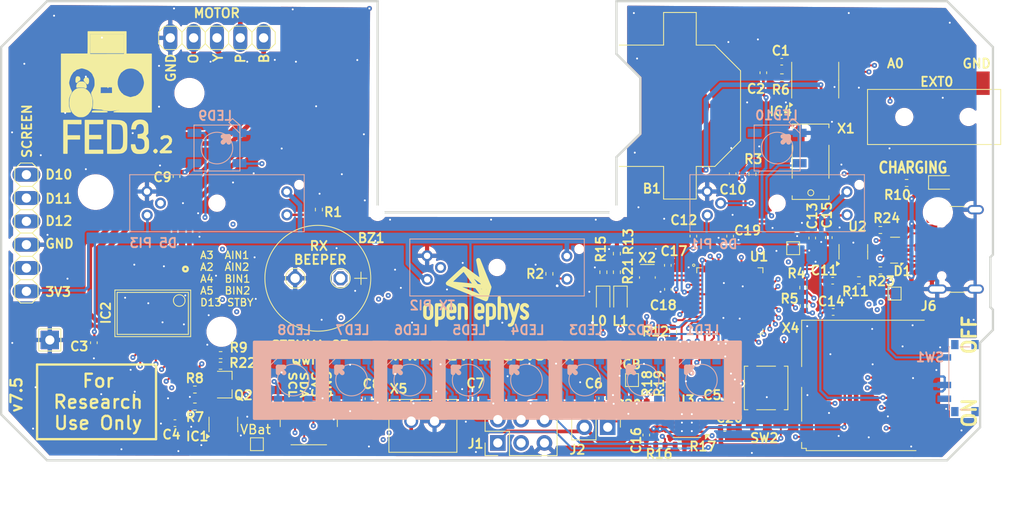
<source format=kicad_pcb>
(kicad_pcb (version 20241229) (generator "pcbnew") (generator_version "9.0")
  (layers (0 "F.Cu" signal) (4 "In1.Cu" signal) (6 "In2.Cu" signal) (2 "B.Cu" signal) (13 "F.Paste" user) (15 "B.Paste" user) (5 "F.SilkS" user "F.Silkscreen") (7 "B.SilkS" user "B.Silkscreen") (1 "F.Mask" user) (3 "B.Mask" user) (25 "Edge.Cuts" user))
  (net 0 "")
  (net 1 "GND")
  (net 2 "Net-(IC4-VDD)")
  (net 3 "Net-(U1-VDDCORE)")
  (net 4 "+3V3")
  (net 5 "/IOs Interface/VCCNEO")
  (net 6 "Net-(U1-PA00{slash}EINT0{slash}SERCOM1.0)")
  (net 7 "Net-(U1-PA01{slash}EINT1{slash}SERCOM1.1)")
  (net 9 "/EN")
  (net 10 "/BLUE")
  (net 11 "/ORANGE")
  (net 12 "/PINK")
  (net 13 "/YELLOW")
  (net 14 "Net-(IC4-XI)")
  (net 15 "Net-(IC4-XO)")
  (net 16 "Net-(LED1-DI)")
  (net 17 "Net-(LED1-DO)")
  (net 18 "Net-(LED2-DO)")
  (net 19 "Net-(LED3-DO)")
  (net 20 "Net-(LED5-DO)")
  (net 21 "Net-(LED6-DO)")
  (net 22 "Net-(LED7-DO)")
  (net 23 "Net-(LED8-DO)")
  (net 24 "Net-(LED10-DI)")
  (net 25 "/Controller Stage/SCL")
  (net 26 "Net-(PI1-Pad2)")
  (net 27 "Net-(PI2-Pad2)")
  (net 28 "Net-(PI3-Pad2)")
  (net 29 "Net-(CHG0-K)")
  (net 30 "Net-(U3-PROG)")
  (net 31 "Net-(L1-K)")
  (net 32 "/Controller Stage/SDA")
  (net 33 "/Controller Stage/AREF")
  (net 42 "/CC2")
  (net 43 "/CC1")
  (net 46 "VUSB")
  (net 47 "Net-(L0-K)")
  (net 51 "RX")
  (net 52 "A0")
  (net 53 "TX")
  (net 54 "D6")
  (net 55 "D5")
  (net 56 "D13")
  (net 57 "Net-(IC1-P$4)")
  (net 58 "A1")
  (net 59 "Net-(LED4-DO)")
  (net 61 "/Controller Stage/SQW")
  (net 62 "/Controller Stage/SWDIO")
  (net 63 "/Controller Stage/~{RESET}")
  (net 64 "D8")
  (net 65 "/Controller Stage/SWCLK")
  (net 66 "/Controller Stage/D10")
  (net 67 "/Controller Stage/D11")
  (net 68 "/Controller Stage/D12")
  (net 69 "/Controller Stage/SD_CS")
  (net 70 "/Controller Stage/SCK")
  (net 71 "D+")
  (net 73 "D-")
  (net 74 "/Controller Stage/D7")
  (net 75 "/Controller Stage/MISO")
  (net 76 "A2")
  (net 77 "A5")
  (net 78 "A4")
  (net 79 "A3")
  (net 80 "D9")
  (net 83 "Net-(IC4-VBAT)")
  (net 91 "VBat")
  (net 93 "/Controller Stage/MOSI")
  (net 94 "Net-(U3-STAT1)")
  (net 95 "Net-(U3-~{TE})")
  (net 96 "Net-(J2-Pin_1)")
  (net 98 "Net-(R13-Pad1)")
  (footprint "Button_Switch_SMD:SW_SPST_TL3305B" (layer "F.Cu") (at 177.8 122.125 -90)
    (property "Reference" "SW2")
    (property "Value" "SPST_TACT-KMR2" (hide yes))
  )
  (footprint "FED3_PCBLib:1X06" (layer "F.Cu") (at 97.2511 105.2536 -90)
    (property "Reference" "SCREEN0" (hide yes))
    (property "Value" "PINHD-1X6" (hide yes))
  )
  (footprint "TestPoint:TestPoint_Pad_1.0x1.0mm" (layer "F.Cu") (at 191.8 111.85 90)
    (property "Reference" "TP4" (hide yes))
    (property "Value" "VUSB" (hide yes))
  )
  (footprint "Capacitor_SMD:C_0402_1005Metric" (layer "F.Cu") (at 167.11 111.3875 -90)
    (property "Reference" "C18")
    (property "Value" "22pF" (hide yes))
  )
  (footprint "Capacitor_SMD:C_0402_1005Metric" (layer "F.Cu") (at 167.1 108.7725 90)
    (property "Reference" "C17")
    (property "Value" "22pF" (hide yes))
  )
  (footprint "Resistor_SMD:R_0402_1005Metric" (layer "F.Cu") (at 168.4 128.3)
    (property "Reference" "R17")
    (property "Value" "100k 0.1%")
  )
  (footprint "Crystal:Crystal_SMD_MicroCrystal_CC8V-T1A-2Pin_2.0x1.2mm" (layer "F.Cu") (at 164.87 110.0975 -90)
    (property "Reference" "X2")
    (property "Value" "uXtal" (hide yes))
  )
  (footprint "Resistor_SMD:R_0402_1005Metric" (layer "F.Cu") (at 190.246 104.9274 180)
    (property "Reference" "R24")
    (property "Value" "5.1k")
  )
  (footprint "" (layer "F.Cu") (at 196.5011 103.0036)
    (property "Reference" "")
    (property "Value" "")
  )
  (footprint "Resistor_SMD:R_0402_1005Metric" (layer "F.Cu") (at 179.52 88.3)
    (property "Reference" "R6")
    (property "Value" "1k" (hide yes))
  )
  (footprint "Capacitor_SMD:C_0402_1005Metric" (layer "F.Cu") (at 174.1555 98.8124 90)
    (property "Reference" "C10")
    (property "Value" "1uF" (hide yes))
  )
  (footprint "Capacitor_SMD:C_0402_1005Metric" (layer "F.Cu") (at 179.5 86.6 180)
    (property "Reference" "C1")
    (property "Value" "10µF" (hide yes))
  )
  (footprint "FED3_PCBLib:CR1220" (layer "F.Cu") (at 168.4151 91.3956 90)
    (property "Reference" "B1")
    (property "Value" "CR1220" (hide yes))
  )
  (footprint "FED3_PCBLib:oe logo" (layer "F.Cu") (at 146.25 111.7)
    (property "Reference" "G***" (hide yes))
    (property "Value" "LOGO" (hide yes))
  )
  (footprint "LED_SMD:LED_0603_1608Metric" (layer "F.Cu") (at 196.977 99.7458)
    (property "Reference" "CHG0" (hide yes))
    (property "Value" "RED")
  )
  (footprint "LED_SMD:LED_0603_1608Metric" (layer "F.Cu") (at 161.94 112.52 -90)
    (property "Reference" "L1")
    (property "Value" "GREEN" (hide yes))
  )
  (footprint "Resistor_SMD:R_0402_1005Metric" (layer "F.Cu") (at 181.9 113.2 -90)
    (property "Reference" "R5")
    (property "Value" "4k7" (hide yes))
  )
  (footprint "Resistor_SMD:R_0402_1005Metric" (layer "F.Cu") (at 167.3098 122.5284 90)
    (property "Reference" "R14")
    (property "Value" "1.27k")
  )
  (footprint "Capacitor_SMD:C_0402_1005Metric" (layer "F.Cu") (at 134.5 123.3 90)
    (property "Reference" "C8")
    (property "Value" "1uF" (hide yes))
  )
  (footprint "FED3_PCBLib:TSMT3" (layer "F.Cu") (at 118.85 121.7625 -90)
    (property "Reference" "Q2")
    (property "Value" "DMP2035U-7" (hide yes))
  )
  (footprint "Connector_PinHeader_2.54mm:PinHeader_2x03_P2.54mm_Vertical" (layer "F.Cu") (at 148.58205 128.109743 90)
    (property "Reference" "J1")
    (property "Value" "Conn_02x03_Odd_Even" (hide yes))
  )
  (footprint "Package_SON:USON-10_2.5x1.0mm_P0.5mm" (layer "F.Cu") (at 191.8422 107.1212 180)
    (property "Reference" "D1")
    (property "Value" "TPD4E05U06DQA")
  )
  (footprint "Capacitor_SMD:C_0402_1005Metric" (layer "F.Cu") (at 159.95 123.25 90)
    (property "Reference" "C6")
    (property "Value" "1uF" (hide yes))
  )
  (footprint "Capacitor_SMD:C_0402_1005Metric" (layer "F.Cu") (at 104.6 117.2 -90)
    (property "Reference" "C3")
    (property "Value" "10µF" (hide yes))
  )
  (footprint "Capacitor_SMD:C_0402_1005Metric" (layer "F.Cu") (at 164.75 127.25 -90)
    (property "Reference" "C16")
    (property "Value" "10µF")
  )
  (footprint "Resistor_SMD:R_0402_1005Metric" (layer "F.Cu") (at 167.67 116.025 90)
    (property "Reference" "R12")
    (property "Value" "330R" (hide yes))
  )
  (footprint "FED3_PCBLib:SSOP24" (layer "F.Cu") (at 111.0111 114.0016 180)
    (property "Reference" "IC2")
    (property "Value" "TB6612FNG" (hide yes))
  )
  (footprint "Resistor_SMD:R_0402_1005Metric" (layer "F.Cu") (at 190.246 109.3216 180)
    (property "Reference" "R23")
    (property "Value" "5.1k")
  )
  (footprint "Package_DFN_QFN:DFN-10-1EP_3x3mm_P0.5mm_EP1.58x2.35mm_ThermalVias" (layer "F.Cu") (at 169.1706 125.9 180)
    (property "Reference" "U3")
    (property "Value" "MCP73834-xxxx")
  )
  (footprint "FED3_PCBLib:CRYSTAL_8X3.8" (layer "F.Cu") (at 182.6391 97.4916 -90)
    (property "Reference" "X1")
    (property "Value" "ClockXtal" (hide yes))
  )
  (footprint "Resistor_SMD:R_0402_1005Metric" (layer "F.Cu") (at 115.6 122.3)
    (property "Reference" "R8")
    (property "Value" "4k7" (hide yes))
  )
  (footprint "Package_TO_SOT_SMD:SOT-23-5" (layer "F.Cu") (at 118.7 126.1 90)
    (property "Reference" "IC1")
    (property "Value" "MC74VHC1GT125" (hide yes))
  )
  (footprint "Capacitor_SMD:C_0402_1005Metric" (layer "F.Cu") (at 173.88 105.5875 90)
    (property "Reference" "C19")
    (property "Value" "1uF" (hide yes))
  )
  (footprint "FED3_PCBLib:MICROSD" (layer "F.Cu") (at 181.77 128.9 90)
    (property "Reference" "X4")
    (property "Value" "microsd" (hide yes))
  )
  (footprint "Resistor_SMD:R_0402_1005Metric" (layer "F.Cu") (at 160.08 109.52 90)
    (property "Reference" "R15")
    (property "Value" "10k" (hide yes))
  )
  (footprint "Resistor_SMD:R_0402_1005Metric" (layer "F.Cu") (at 187.9 110.4)
    (property "Reference" "R11")
    (property "Value" "100k 0.1%" (hide yes))
  )
  (footprint "TestPoint:TestPoint_Pad_1.0x1.0mm" (layer "F.Cu") (at 163.2 121.266)
    (property "Reference" "TP2" (hide yes))
    (property "Value" "VccNEO" (hide yes))
  )
  (footprint "LED_SMD:LED_0603_1608Metric" (layer "F.Cu") (at 160.05 112.52 -90)
    (property "Reference" "L0")
    (property "Value" "RED" (hide yes))
  )
  (footprint "Package_SO:SO-8_3.9x4.9mm_P1.27mm" (layer "F.Cu") (at 183.1471 88.6016 90)
    (property "Reference" "IC4")
    (property "Value" "RTC PCF8523T" (hide yes))
  )
  (footprint "Capacitor_SMD:C_0402_1005Metric" (layer "F.Cu") (at 184.625 105.75 90)
    (property "Reference" "C15")
    (property "Value" "1uF" (hide yes))
  )
  (footprint "Capacitor_SMD:C_0402_1005Metric" (layer "F.Cu") (at 146.15 123.3 90)
    (property "Reference" "C7")
    (property "Value" "1uF" (hide yes))
  )
  (footprint "" (layer "F.Cu") (at 161.5011 103.0036)
    (property "Reference" "@HOLE2" (hide yes))
    (property "Value" "" (hide yes))
  )
  (footprint "Connector_JST:JST_SH_BM04B-SRSS-TB_1x04-1MP_P1.00mm_Vertical" (layer "F.Cu") (at 128 126.3 180)
    (property "Reference" "AUX_I2C0" (hide yes))
    (property "Value" "Qwiic" (hide yes))
  )
  (footprint "Capacitor_SMD:C_0402_1005Metric" (layer "F.Cu") (at 113.425 125.95 180)
    (property "Reference" "C4")
    (property "Value" "10µF" (hide yes))
  )
  (footprint "Capacitor_SMD:C_0402_1005Metric" (layer "F.Cu") (at 169.88 105.5875 90)
    (property "Reference" "C12")
    (property "Value" "1uF" (hide yes))
  )
  (footprint "Resistor_SMD:R_0402_1005Metric" (layer "F.Cu") (at 166.2854 128.3 180)
    (property "Reference" "R16")
    (property "Value" "100k 0.1%")
  )
  (footprint "Resistor_SMD:R_0402_1005Metric" (layer "F.Cu") (at 161.55 107.5 90)
    (property "Reference" "R13")
    (property "Value" "1.27k" (hide yes))
  )
  (footprint "TestPoint:TestPoint_Pad_1.0x1.0mm" (layer "F.Cu") (at 180.7464 106.9086 90)
    (property "Reference" "TP1" (hide yes))
    (property "Value" "3V3" (hide yes))
  )
  (footprint "FED3_PCBLib:TQFN48_7MM" (layer "F.Cu") (at 173.85 112.6375 -90)
    (property "Reference" "U1")
    (property "Value" "ATSAMD21G18A" (hide yes))
  )
  (footprint "" (layer "F.Cu") (at 135.5011 103.0036)
    (property "Reference" "@HOLE2" (hide yes))
    (property "Value" "" (hide yes))
  )
  (footprint "Capacitor_SMD:C_0402_1005Metric" (layer "F.Cu") (at 177.5 87.8 90)
    (property "Reference" "C2")
    (property "Value" "10µF" (hide yes))
  )
  (footprint "Capacitor_SMD:C_0402_1005Metric" (layer "F.Cu") (at 185.1 113.85)
    (property "Reference" "C14")
    (property "Value" "10µF" (hide yes))
  )
  (footprint "FED3_PCBLib:JST-XH-02-PACKAGE-ROUND-PAD" (layer "F.Cu") (at 140.4243 125.7364 180)
    (property "Reference" "X5")
    (property "Value" "B2B-PH-K-S" (hide yes))
  )
  (footprint "Capacitor_SMD:C_0402_1005Metric" (layer "F.Cu") (at 182.825 105.8 90)
    (property "Reference" "C13")
    (property "Value" "10µF" (hide yes))
  )
  (footprint "Resistor_SMD:R_0402_1005Metric" (layer "F.Cu") (at 193.1 99.8 180)
    (property "Reference" "R10")
    (property "Value" "4k7")
  )
  (footprint "Resistor_SMD:R_0402_1005Metric" (layer "F.Cu") (at 161.55 109.52 -90)
    (property "Reference" "R21")
    (property "Value" "1k")
  )
  (footprint "Resistor_SMD:R_0402_1005Metric" (layer "F.Cu") (at 181.85 111.2 -90)
    (property "Reference" "R4")
    (property "Value" "4k7" (hide yes))
  )
  (footprint "Resistor_SMD:R_0402_1005Metric" (layer "F.Cu") (at 118.4 118.55)
    (property "Reference" "R9")
    (property "Value" "100k 0.1%" (hide yes))
  )
  (footprint "" (layer "F.Cu") (at 118.5011 116.0036)
    (property "Reference" "@HOLE6" (hide yes))
    (property "Value" "" (hide yes))
  )
  (footprint "Resistor_SMD:R_0402_1005Metric" (layer "F.Cu") (at 163.7 125.35 90)
    (property "Reference" "R20")
    (property "Value" "10k")
  )
  (footprint "Resistor_SMD:R_0402_1005Metric" (layer "F.Cu") (at 129.1 102.7 90)
    (property "Reference" "R1")
    (property "Value" "1k" (hide yes))
  )
  (footprint "Resistor_SMD:R_0402_1005Metric" (layer "F.Cu") (at 164.8 124.075 90)
    (property "Reference" "R18")
    (property "Value" "DNP")
  )
  (footprint "Resistor_SMD:R_0402_1005Metric" (layer "F.Cu") (at 176.3091 98.8436 90)
    (property "Reference" "R3")
    (property "Value" "1k" (hide yes))
  )
  (footprint "Capacitor_SMD:C_0402_1005Metric" (layer "F.Cu") (at 185.05 110.45 180)
    (property "Reference" "C11")
    (property "Value" "10µF" (hide yes))
  )
  (footprint "Connector_USB:USB_C_Receptacle_GCT_USB4105-xx-A_16P_TopMnt_Horizontal" (layer "F.Cu") (at 199.5342 107.0336 90)
    (property "Reference" "J6")
    (property "Value" "USB4105-GF-A")
  )
  (footprint "Resistor_SMD:R_0402_1005Metric" (layer "F.Cu") (at 166 124.075 90)
    (property "Reference" "R19")
    (property "Value" "DNP")
  )
  (footprint "TestPoint:TestPoint_THTPad_2.0x2.0mm_Drill1.0mm" (layer "F.Cu") (at 99.8 116.9 90)
    (property "Reference" "TP5" (hide yes))
    (property "Value" "GND" (hide yes))
  )
  (footprint "" (layer "F.Cu") (at 104.7881 100.7936)
    (property "Reference" "@HOLE5" (hide yes))
    (property "Value" "" (hide yes))
  )
  (footprint "FED3_PCBLib:Buzzer" (layer "F.Cu") (at 128.9846 110.18 180)
    (property "Reference" "BZ1")
    (property "Value" "Buzzer" (hide yes))
  )
  (footprint "FED3_PCBLib:1X05" (layer "F.Cu") (at 118.0011 84.0036)
    (property "Reference" "MOTOR0" (hide yes))
    (property "Value" "PINHD-1X5" (hide yes))
  )
  (footprint "Resistor_SMD:R_0402_1005Metric" (layer "F.Cu") (at 118.39 119.7)
    (property "Reference" "R22")
    (property "Value" "100k 0.1%")
  )
  (footprint "TestPoint:TestPoint_Pad_1.0x1.0mm" (layer "F.Cu") (at 122.35 128.25 90)
    (property "Reference" "TP3" (hide yes))
    (property "Value" "VBat")
  )
  (footprint "Capacitor_SMD:C_0402_1005Metric" (layer "F.Cu") (at 173.3 126.475)
    (property "Reference" "C20")
    (property "Value" "10µF")
  )
  (footprint "Capacitor_SMD:C_0402_1005Metric" (layer "F.Cu") (at 173.5 123.4 90)
    (property "Reference" "C5")
    (property "Value" "1uF" (hide yes))
  )
  (footprint "Resistor_SMD:R_0402_1005Metric" (layer "F.Cu") (at 154.2 109.7 90)
    (property "Reference" "R2")
    (property "Value" "1k" (hide yes))
  )
  (footprint "Capacitor_SMD:C_0402_1005Metric" (layer "F.Cu") (at 113.6 99.1 -90)
    (property "Reference" "C9")
    (property "Value" "1uF" (hide yes))
  )
  (footprint "Resistor_SMD:R_0402_1005Metric" (layer "F.Cu") (at 115.6 124.15 180)
    (property "Reference" "R7")
    (property "Value" "DNP" (hide yes))
  )
  (footprint "FED3_PCBLib:35RASMT2BHNTRX" (layer "F.Cu") (at 199.8443 92.6148 180)
    (property "Reference" "EXT0")
    (property "Value" "STEREO_JACK" (hide yes))
  )
  (footprint "Connector_PinHeader_2.54mm:PinHeader_1x02_P2.54mm_Vertical" (layer "F.Cu") (at 160.55 126.4 -90)
    (property "Reference" "J2")
    (property "Value" "Conn_01x02_Odd_Even")
  )
  (footprint "Package_TO_SOT_SMD:SOT-23-5" (layer "F.Cu") (at 187.3 107.3 90)
    (property "Reference" "U2")
    (property "Value" "MIC5504-3.3" (hide yes))
  )
  (footprint "" (layer "F.Cu") (at 115.0011 90.0036)
    (property "Reference" "@HOLE0" (hide yes))
    (property "Value" "" (hide yes))
  )
  (footprint "FED3_PCBLib:FED_logo" (layer "F.Cu") (at 105.8 90)
    (property "Reference" "G***" (hide yes))
    (property "Value" "LOGO" (hide yes))
  )
  (footprint "FED3_PCBLib:WS2812B" (layer "B.Cu") (at 179.0011 96.0004 180)
    (property "Reference" "LED10")
    (property "Value" "RGBLed" (hide yes))
  )
  (footprint "FED3_PCBLib:WS2812B" (layer "B.Cu") (at 151.7019 121.266 -90)
    (property "Reference" "LED4")
    (property "Value" "RGBLed" (hide yes))
  )
  (footprint "FED3_PCBLib:SSSS811101" (layer "B.Cu") (at 199.45 121.05 -90)
    (property "Reference" "SW1")
    (property "Value" "Sw" (hide yes))
  )
  (footprint "FED3_PCBLib:WS2812B" (layer "B.Cu") (at 118.0011 96.0004 180)
    (property "Reference" "LED9")
    (property "Value" "RGBLed" (hide yes))
  )
  (footprint "FED3_PCBLib:WS2812B" (layer "B.Cu") (at 126.3019 121.266 -90)
    (property "Reference" "LED8")
    (property "Value" "RGBLed" (hide yes))
  )
  (footprint "FED3_PCBLib:WS2812B" (layer "B.Cu") (at 158.0519 121.266 -90)
    (property "Reference" "LED3")
    (property "Value" "RGBLed" (hide yes))
  )
  (footprint "FED3_PCBLib:WS2812B" (layer "B.Cu") (at 170.7519 121.266 -90)
    (property "Reference" "LED1")
    (property "Value" "RGBLed" (hide yes))
  )
  (footprint "FED3_PCBLib:GP1A57HR" (layer "B.Cu") (at 118.0011 102.0036 180)
    (property "Reference" "PI3" (hide yes))
    (property "Value" "GP1A57HR" (hide yes))
  )
  (footprint "FED3_PCBLib:GP1A57HR" (layer "B.Cu") (at 179.0011 102.0036 180)
    (property "Reference" "PI1" (hide yes))
    (property "Value" "GP1A57HR" (hide yes))
  )
  (footprint "FED3_PCBLib:GP1A57HR" (layer "B.Cu") (at 148.5011 109.0036 180)
    (property "Reference" "PI2" (hide yes))
    (property "Value" "GP1A57HR" (hide yes))
  )
  (footprint "FED3_PCBLib:WS2812B" (layer "B.Cu") (at 164.4019 121.266 -90)
    (property "Reference" "LED2")
    (property "Value" "RGBLed" (hide yes))
  )
  (footprint "FED3_PCBLib:WS2812B" (layer "B.Cu") (at 139.0019 121.266 -90)
    (property "Reference" "LED6")
    (property "Value" "RGBLed" (hide yes))
  )
  (footprint "FED3_PCBLib:WS2812B" (layer "B.Cu") (at 132.6519 121.266 -90)
    (property "Reference" "LED7")
    (property "Value" "RGBLed" (hide yes))
  )
  (footprint "FED3_PCBLib:WS2812B" (layer "B.Cu") (at 145.3519 121.266 -90)
    (property "Reference" "LED5")
    (property "Value" "RGBLed" (hide yes))
  )
  (gr_circle (center 114.5671 109.1756) (end 114.8211 109.1756) (stroke (width 0.254)) (fill no) (layer "F.SilkS"))
  (gr_line (start 111.367 119.572) (end 111.367 127.7) (stroke (width 0.254)) (layer "F.SilkS"))
  (gr_line (start 98.413 119.572) (end 111.367 119.572) (stroke (width 0.254)) (layer "F.SilkS"))
  (gr_line (start 98.413 127.7) (end 98.413 119.572) (stroke (width 0.254)) (layer "F.SilkS"))
  (gr_line (start 111.367 127.7) (end 98.413 127.7) (stroke (width 0.254)) (layer "F.SilkS"))
  (gr_line (start 156.4136 119.8436) (end 157.0486 120.4786) (stroke (width 0.508)) (layer "B.SilkS"))
  (gr_line (start 137.3636 119.8436) (end 137.9986 120.4786) (stroke (width 0.508)) (layer "B.SilkS"))
  (gr_line (start 169.1136 119.8436) (end 169.7486 119.8436) (stroke (width 0.508)) (layer "B.SilkS"))
  (gr_line (start 162.7636 119.8436) (end 163.3986 120.4786) (stroke (width 0.508)) (layer "B.SilkS"))
  (gr_line (start 169.1136 119.8436) (end 169.7486 120.4786) (stroke (width 0.508)) (layer "B.SilkS"))
  (gr_line (start 162.7636 119.8436) (end 163.3986 119.8436) (stroke (width 0.508)) (layer "B.SilkS"))
  (gr_line (start 124.6636 119.8436) (end 125.2986 120.4786) (stroke (width 0.508)) (layer "B.SilkS"))
  (gr_line (start 119.2915 94.7357) (end 119.2915 95.3707) (stroke (width 0.508)) (layer "B.SilkS"))
  (gr_line (start 180.2515 94.7357) (end 179.6165 95.3707) (stroke (width 0.508)) (layer "B.SilkS"))
  (gr_line (start 156.4136 119.8436) (end 156.4136 120.4786) (stroke (width 0.508)) (layer "B.SilkS"))
  (gr_line (start 143.7136 119.8436) (end 144.3486 120.4786) (stroke (width 0.508)) (layer "B.SilkS"))
  (gr_line (start 131.0136 119.8436) (end 131.0136 120.4786) (stroke (width 0.508)) (layer "B.SilkS"))
  (gr_line (start 137.3636 119.8436) (end 137.3636 120.4786) (stroke (width 0.508)) (layer "B.SilkS"))
  (gr_line (start 150.0636 119.8436) (end 150.6986 120.4786) (stroke (width 0.508)) (layer "B.SilkS"))
  (gr_line (start 180.2515 94.7357) (end 180.2515 95.3707) (stroke (width 0.508)) (layer "B.SilkS"))
  (gr_line (start 131.0136 119.8436) (end 131.6486 120.4786) (stroke (width 0.508)) (layer "B.SilkS"))
  (gr_line (start 169.1136 119.8436) (end 169.1136 120.4786) (stroke (width 0.508)) (layer "B.SilkS"))
  (gr_line (start 119.2915 94.7357) (end 118.6565 95.3707) (stroke (width 0.508)) (layer "B.SilkS"))
  (gr_line (start 137.3636 119.8436) (end 137.9986 119.8436) (stroke (width 0.508)) (layer "B.SilkS"))
  (gr_line (start 143.7136 119.8436) (end 144.3486 119.8436) (stroke (width 0.508)) (layer "B.SilkS"))
  (gr_line (start 156.4136 119.8436) (end 157.0486 119.8436) (stroke (width 0.508)) (layer "B.SilkS"))
  (gr_line (start 162.7636 119.8436) (end 162.7636 120.4786) (stroke (width 0.508)) (layer "B.SilkS"))
  (gr_line (start 150.0636 119.8436) (end 150.0636 120.4786) (stroke (width 0.508)) (layer "B.SilkS"))
  (gr_line (start 124.6636 119.8436) (end 124.6636 120.4786) (stroke (width 0.508)) (layer "B.SilkS"))
  (gr_line (start 119.2915 94.7357) (end 118.6565 94.7357) (stroke (width 0.508)) (layer "B.SilkS"))
  (gr_line (start 150.0636 119.8436) (end 150.6986 119.8436) (stroke (width 0.508)) (layer "B.SilkS"))
  (gr_line (start 131.0136 119.8436) (end 131.6486 119.8436) (stroke (width 0.508)) (layer "B.SilkS"))
  (gr_line (start 143.7136 119.8436) (end 143.7136 120.4786) (stroke (width 0.508)) (layer "B.SilkS"))
  (gr_line (start 124.6636 119.8436) (end 125.2986 119.8436) (stroke (width 0.508)) (layer "B.SilkS"))
  (gr_line (start 180.2515 94.7357) (end 179.6165 94.7357) (stroke (width 0.508)) (layer "B.SilkS"))
  (gr_line (start 201.1011 126.4036) (end 201.1011 117.2036) (stroke (width 0.25)) (layer "Edge.Cuts"))
  (gr_line (start 161.5011 103.0036) (end 135.5011 103.0036) (stroke (width 0.25)) (layer "Edge.Cuts"))
  (gr_line (start 161.5011 80.0036) (end 161.5011 85.7516) (stroke (width 0.25)) (layer "Edge.Cuts"))
  (gr_line (start 161.5011 85.7516) (end 164.0971 88.3476) (stroke (width 0.25)) (layer "Edge.Cuts"))
  (gr_line (start 99.5011 80.0036) (end 94.5011 85.0036) (stroke (width 0.25)) (layer "Edge.Cuts"))
  (gr_line (start 202.2211 107.8836) (end 202.5011 107.6036) (stroke (width 0.25)) (layer "Edge.Cuts"))
  (gr_line (start 202.5011 85.0036) (end 197.5011 80.0036) (stroke (width 0.25)) (layer "Edge.Cuts"))
  (gr_line (start 202.2211 113.3236) (end 202.2211 107.8836) (stroke (width 0.25)) (layer "Edge.Cuts"))
  (gr_line (start 202.5011 107.6036) (end 202.5011 85.0036) (stroke (width 0.25)) (layer "Edge.Cuts"))
  (gr_line (start 161.5011 96.9836) (end 161.5011 103.0036) (stroke (width 0.25)) (layer "Edge.Cuts"))
  (gr_line (start 202.5011 113.6036) (end 202.2211 113.3236) (stroke (width 0.25)) (layer "Edge.Cuts"))
  (gr_line (start 135.5011 103.0036) (end 135.5011 80.0036) (stroke (width 0.25)) (layer "Edge.Cuts"))
  (gr_line (start 94.5011 125.0036) (end 99.5011 130.0036) (stroke (width 0.25)) (layer "Edge.Cuts"))
  (gr_line (start 164.0971 88.3476) (end 164.0971 94.4436) (stroke (width 0.25)) (layer "Edge.Cuts"))
  (gr_line (start 197.5011 130.0036) (end 201.1011 126.4036) (stroke (width 0.25)) (layer "Edge.Cuts"))
  (gr_line (start 197.5011 80.0036) (end 161.5011 80.0036) (stroke (width 0.25)) (layer "Edge.Cuts"))
  (gr_line (start 202.5011 115.8036) (end 202.5011 113.6036) (stroke (width 0.25)) (layer "Edge.Cuts"))
  (gr_line (start 94.5011 85.0036) (end 94.5011 125.0036) (stroke (width 0.25)) (layer "Edge.Cuts"))
  (gr_line (start 99.5011 130.0036) (end 197.5011 130.0036) (stroke (width 0.25)) (layer "Edge.Cuts"))
  (gr_line (start 164.0971 94.4436) (end 161.5011 96.9836) (stroke (width 0.25)) (layer "Edge.Cuts"))
  (gr_line (start 201.1011 117.2036) (end 202.5011 115.8036) (stroke (width 0.25)) (layer "Edge.Cuts"))
  (gr_line (start 135.5011 80.0036) (end 99.5011 80.0036) (stroke (width 0.25)) (layer "Edge.Cuts"))
  (gr_text "SCREEN" (at 97.9 97.19 90) (layer "F.SilkS") (effects (font (size 1 1) (thickness 0.2) (bold yes)) (justify left bottom)))
  (gr_text "BEEPER" (at 126.265 108.745 0) (layer "F.SilkS") (effects (font (size 1 1) (thickness 0.2)) (justify left bottom)))
  (gr_text "SCL" (at 125.75 120.25 270) (layer "F.SilkS") (effects (font (size 0.8 1) (thickness 0.2)) (justify left bottom)))
  (gr_text "Qwiic" (at 128.08 119.06 0) (layer "F.SilkS") (effects (font (size 1 1) (thickness 0.2) (bold yes))))
  (gr_text "Y" (at 118.7 86.734524 90) (layer "F.SilkS") (effects (font (size 1 1) (thickness 0.2)) (justify left bottom)))
  (gr_text "B" (at 123.725 86.877381 90) (layer "F.SilkS") (effects (font (size 1 1) (thickness 0.2)) (justify left bottom)))
  (gr_text "MOTOR" (at 115.35 81.9 0) (layer "F.SilkS") (effects (font (size 1 1) (thickness 0.2) (bold yes)) (justify left bottom)))
  (gr_text "STEMMA QT" (at 128.08 117.53 0) (layer "F.SilkS") (effects (font (size 1 1) (thickness 0.25) (bold yes))))
  (gr_text "D10" (at 99.2 99.475 0) (layer "F.SilkS") (effects (font (size 1 1) (thickness 0.2)) (justify left bottom)))
  (gr_text "ON" (at 200.81 126.6 90) (layer "F.SilkS") (effects (font (size 1.5 1.5) (thickness 0.3)) (justify left bottom)))
  (gr_text "A3  AIN1\nA2  AIN2\nA4  BIN1\nA5  BIN2\nD13 STBY" (at 116.0911 113.2876 0) (layer "F.SilkS") (effects (font (size 0.8 0.8) (thickness 0.13716)) (justify left bottom)))
  (gr_text "GND" (at 199.07 87.39 0) (layer "F.SilkS") (effects (font (size 1 1) (thickness 0.2)) (justify left bottom)))
  (gr_text "GND" (at 99.2 107 0) (layer "F.SilkS") (effects (font (size 1 1) (thickness 0.2)) (justify left bottom)))
  (gr_text "VCC\nRGB" (at 162.66 120.13 0) (layer "F.SilkS") (effects (font (size 1 1) (thickness 0.2) (bold yes)) (justify bottom)))
  (gr_text "For\nResearch\nUse Only" (at 105.0624 126.7754 0) (layer "F.SilkS") (effects (font (size 1.42494 1.42494) (thickness 0.25146)) (justify bottom)))
  (gr_text "GND" (at 113.575 88.925 90) (layer "F.SilkS") (effects (font (size 1 1) (thickness 0.2)) (justify left bottom)))
  (gr_text "A0" (at 190.85 87.37 0) (layer "F.SilkS") (effects (font (size 1 1) (thickness 0.2)) (justify left bottom)))
  (gr_text "CHARGING" (at 189.9158 98.8314 0) (layer "F.SilkS") (effects (font (size 1.2 1) (thickness 0.24) (bold yes)) (justify left bottom)))
  (gr_text "O" (at 116.025 86.925 90) (layer "F.SilkS") (effects (font (size 1 1) (thickness 0.2)) (justify left bottom)))
  (gr_text "3V3" (at 128.25 120.25 270) (layer "F.SilkS") (effects (font (size 0.8 1) (thickness 0.2)) (justify left bottom)))
  (gr_text "RX" (at 127.98 107.25 0) (layer "F.SilkS") (effects (font (size 1 1) (thickness 0.2)) (justify left bottom)))
  (gr_text "P" (at 121.15 86.877381 90) (layer "F.SilkS") (effects (font (size 1 1) (thickness 0.2)) (justify left bottom)))
  (gr_text "www.kravitzlab.com" (at 146.224814 118.32 0) (layer "F.SilkS") (effects (font (size 1.5 1.5) (thickness 0.3) (bold yes))))
  (gr_text "D12" (at 99.2 104.525 0) (layer "F.SilkS") (effects (font (size 1 1) (thickness 0.2)) (justify left bottom)))
  (gr_text "3V3" (at 99.2 112.25 0) (layer "F.SilkS") (effects (font (size 1 1) (thickness 0.2)) (justify left bottom)))
  (gr_text "OFF" (at 200.81 118.62 90) (layer "F.SilkS") (effects (font (size 1.5 1.5) (thickness 0.3)) (justify left bottom)))
  (gr_text "SDA" (at 127 120.25 270) (layer "F.SilkS") (effects (font (size 0.8 1) (thickness 0.2)) (justify left bottom)))
  (gr_text ".2" (at 110.7 96.628 0) (layer "F.SilkS") (effects (font (size 1.64084 1.64084) (thickness 0.328168) (bold yes)) (justify left bottom)))
  (gr_text "GND" (at 129.5 120.1 270) (layer "F.SilkS") (effects (font (size 0.8 1) (thickness 0.2)) (justify left bottom)))
  (gr_text "v7.5" (at 96.88 124.92 90) (layer "F.SilkS") (effects (font (size 1.20904 1.20904) (thickness 0.241808) (bold yes)) (justify left bottom)))
  (gr_text "D11" (at 99.2 102.1 0) (layer "F.SilkS") (effects (font (size 1 1) (thickness 0.2)) (justify left bottom)))
  (gr_text "D6 PI1" (at 174.8 107.05 0) (layer "B.SilkS") (effects (font (size 1 1) (thickness 0.2)) (justify left bottom mirror)))
  (gr_text "TX PI2" (at 144.025 113.725 0) (layer "B.SilkS") (effects (font (size 1 1) (thickness 0.2)) (justify left bottom mirror)))
  (gr_text "D5 PI3" (at 113.775 106.925 0) (layer "B.SilkS") (effects (font (size 1 1) (thickness 0.2)) (justify left bottom mirror)))
  (segment (start 166.290335 122.112423) (end 166.376777 122.112423) (width 0.23) (layer "F.Cu") (net 1))
  (segment (start 184.62769 110.39231) (end 184.57 110.45) (width 0.22) (layer "F.Cu") (net 1))
  (segment (start 112.6361 109.2861) (end 112.6361 110.5816) (width 0.3) (layer "F.Cu") (net 1))
  (segment (start 173.6 116.0925) (end 173.62 116.1125) (width 0.22) (layer "F.Cu") (net 1))
  (segment (start 172.437927 114.640889) (end 173.6 114.640889) (width 0.22) (layer "F.Cu") (net 1))
  (segment (start 168.1 108.2825) (end 168.11 108.2725) (width 0.22) (layer "F.Cu") (net 1))
  (segment (start 191.4572 107.1212) (end 192.2272 107.1212) (width 0.23) (layer "F.Cu") (net 1))
  (segment (start 191.4572 107.1212) (end 190.3824 107.1212) (width 0.23) (layer "F.Cu") (net 1))
  (segment (start 111.9 126) (end 112.895 126) (width 0.25) (layer "F.Cu") (net 1))
  (segment (start 170.4325 111.925) (end 171.553333 111.925) (width 0.22) (layer "F.Cu") (net 1))
  (segment (start 109 108.7) (end 109.3861 109.0861) (width 0.3) (layer "F.Cu") (net 1))
  (segment (start 166.643514 111.993514) (end 166.983986 111.993514) (width 0.22) (layer "F.Cu") (net 1))
  (segment (start 175.2518 111.062165) (end 175.254753 111.062165) (width 0.22) (layer "F.Cu") (net 1))
  (segment (start 162.8 124.941002) (end 163.598998 124.941002) (width 0.21) (layer "F.Cu") (net 1))
  (segment (start 173.6 114.640889) (end 173.6 116.0925) (width 0.22) (layer "F.Cu") (net 1))
  (segment (start 166 122.3408) (end 166 123.49) (width 0.23) (layer "F.Cu") (net 1))
  (segment (start 166.228377 122.112423) (end 166 122.3408) (width 0.23) (layer "F.Cu") (net 1))
  (segment (start 187.3 108.3) (end 187.35 108.35) (width 0.35) (layer "F.Cu") (net 1))
  (segment (start 160.7 107) (end 161.54 107) (width 0.21) (layer "F.Cu") (net 1))
  (segment (start 166.376777 122.112423) (end 166.5458 121.9434) (width 0.23) (layer "F.Cu") (net 1))
  (segment (start 187.3 106.3) (end 187.3 108.3) (width 0.35) (layer "F.Cu") (net 1))
  (segment (start 159.15 109) (end 160.07 109) (width 0.21) (layer "F.Cu") (net 1))
  (segment (start 192.5116 125.2398) (end 191.0766 125.2398) (width 0.25) (layer "F.Cu") (net 1))
  (segment (start 167.11 106.9725) (end 167.11 108.2825) (width 0.22) (layer "F.Cu") (net 1))
  (segment (start 120.6 127.3) (end 120.5375 127.2375) (width 0.25) (layer "F.Cu") (net 1))
  (segment (start 112.225 108.875) (end 112.6361 109.2861) (width 0.3) (layer "F.Cu") (net 1))
  (segment (start 116.95 117.415) (end 117.71 118.175) (width 0.22) (layer "F.Cu") (net 1))
  (segment (start 171.553333 111.925) (end 171.57 111.908333) (width 0.22) (layer "F.Cu") (net 1))
  (segment (start 117.88 119.7) (end 117.88 118.56) (width 0.21) (layer "F.Cu") (net 1))
  (segment (start 117.88 118.56) (end 117.89 118.55) (width 0.21) (layer "F.Cu") (net 1))
  (segment (start 130.716405 125.548435) (end 129.548435 125.548435) (width 0.22) (layer "F.Cu") (net 1))
  (segment (start 191.0766 125.2398) (end 191.0588 125.222) (width 0.25) (layer "F.Cu") (net 1))
  (segment (start 160.07 109) (end 160.08 109.01) (width 0.21) (layer "F.Cu") (net 1))
  (segment (start 175.926918 110.39) (end 177.31 110.39) (width 0.22) (layer "F.Cu") (net 1))
  (segment (start 129.548435 125.548435) (end 129.5 125.5) (width 0.22) (layer "F.Cu") (net 1))
  (segment (start 174.12 110.40472) (end 174.12 109.2) (width 0.22) (layer "F.Cu") (net 1))
  (segment (start 109.3861 109.0861) (end 109.3861 110.5816) (width 0.3) (layer "F.Cu") (net 1))
  (segment (start 129.5 125.5) (end 129.5 124.975) (width 0.22) (layer "F.Cu") (net 1))
  (segment (start 175.254753 111.062165) (end 175.926918 110.39) (width 0.22) (layer "F.Cu") (net 1))
  (segment (start 166.3 111.65) (end 166.643514 111.993514) (width 0.22) (layer "F.Cu") (net 1))
  (segment (start 120.5375 127.2375) (end 119.65 127.2375) (width 0.25) (layer "F.Cu") (net 1))
  (segment (start 117.71 118.175) (end 117.71 118.7) (width 0.22) (layer "F.Cu") (net 1))
  (segment (start 190.3824 107.1212) (end 190.373 107.1118) (width 0.23) (layer "F.Cu") (net 1))
  (segment (start 165.785 106.9725) (end 167.11 106.9725) (width 0.22) (layer "F.Cu") (net 1))
  (segment (start 184.62769 109.543265) (end 184.62769 110.39231) (width 0.22) (layer "F.Cu") (net 1))
  (segment (start 115.05 122.45) (end 115.2 122.3) (width 0.25) (layer "F.Cu") (net 1))
  (segment (start 170.6081 124.9) (end 169.7856 124.9) (width 0.23) (layer "F.Cu") (net 1))
  (segment (start 166.290335 122.112423) (end 166.228377 122.112423) (width 0.23) (layer "F.Cu") (net 1))
  (segment (start 163.598998 124.941002) (end 163.7 124.84) (width 0.21) (layer "F.Cu") (net 1))
  (segment (start 104.6 117.68) (end 104.6 118.9) (width 0.25) (layer "F.Cu") (net 1))
  (segment (start 115.05 123.1) (end 115.05 122.45) (width 0.25) (layer "F.Cu") (net 1))
  (segment (start 167.11 108.2825) (end 168.1 108.2825) (width 0.22) (layer "F.Cu") (net 1))
  (segment (start 195.31 128.5) (end 193.6 128.5) (width 0.22) (layer "F.Cu") (net 1))
  (segment (start 169.7856 124.9) (end 169.7106 124.975) (width 0.23) (layer "F.Cu") (net 1))
  (segment (start 166.5458 121.9434) (end 167.3098 121.9434) (width 0.23) (layer "F.Cu") (net 1))
  (segment (start 161.54 107) (end 161.55 106.99) (width 0.21) (layer "F.Cu") (net 1))
  (via (at 197.0345 90.526) (size 0.55) (drill 0.21) (layers "F.Cu" "B.Cu") (net 1))
  (via (at 181.7 104.15) (size 0.55) (drill 0.21) (layers "F.Cu" "B.Cu") (net 1))
  (via (at 184.8 118.45) (size 0.55) (drill 0.21) (layers "F.Cu" "B.Cu") (net 1))
  (via (at 187.05 112.35) (size 0.55) (drill 0.21) (layers "F.Cu" "B.Cu") (net 1))
  (via (at 163.75 86.25) (size 0.55) (drill 0.21) (layers "F.Cu" "B.Cu") (net 1))
  (via (at 138.025 111.225) (size 0.55) (drill 0.21) (layers "F.Cu" "B.Cu") (net 1))
  (via (at 128.15 122.2) (size 0.55) (drill 0.21) (layers "F.Cu" "B.Cu") (net 1))
  (via (at 162.8 124.941002) (size 0.55) (drill 0.21) (layers "F.Cu" "B.Cu") (net 1))
  (via (at 131.6 98.85) (size 0.55) (drill 0.21) (layers "F.Cu" "B.Cu") (net 1))
  (via (at 117.3 86.6) (size 0.55) (drill 0.21) (layers "F.Cu" "B.Cu") (net 1))
  (via (at 108.825 94.375) (size 0.55) (drill 0.21) (layers "F.Cu" "B.Cu") (net 1))
  (via (at 197.41 124.4) (size 0.55) (drill 0.21) (layers "F.Cu" "B.Cu") (net 1))
  (via (at 178.5 104.7) (size 0.55) (drill 0.21) (layers "F.Cu" "B.Cu") (net 1))
  (via (at 185.7 127.35) (size 0.55) (drill 0.21) (layers "F.Cu" "B.Cu") (net 1))
  (via (at 110.525 112.9) (size 0.55) (drill 0.21) (layers "F.Cu" "B.Cu") (net 1))
  (via (at 109 108.7) (size 0.55) (drill 0.21) (layers "F.Cu" "B.Cu") (net 1))
  (via (at 187.3 106.3) (size 0.55) (drill 0.21) (layers "F.Cu" "B.Cu") (net 1))
  (via (at 188.975 127.5) (size 0.55) (drill 0.21) (layers "F.Cu" "B.Cu") (net 1))
  (via (at 199.075 126.75) (size 0.55) (drill 0.21) (layers "F.Cu" "B.Cu") (net 1))
  (via (at 161.85 120.805) (size 0.55) (drill 0.21) (layers "F.Cu" "B.Cu") (net 1))
  (via (at 128.8 91.45) (size 0.55) (drill 0.21) (layers "F.Cu" "B.Cu") (net 1))
  (via (at 193.75 115.3) (size 0.55) (drill 0.21) (layers "F.Cu" "B.Cu") (net 1))
  (via (at 173.35 118.7) (size 0.55) (drill 0.21) (layers "F.Cu" "B.Cu") (net 1))
  (via (at 174.925 114.575) (size 0.55) (drill 0.21) (layers "F.Cu" "B.Cu") (net 1))
  (via (at 147.852894 103.795731) (size 0.55) (drill 0.21) (layers "F.Cu" "B.Cu") (net 1))
  (via (at 114.3 102) (size 0.55) (drill 0.21) (layers "F.Cu" "B.Cu") (net 1))
  (via (at 155.05 111) (size 0.6) (drill 0.3) (layers "F.Cu" "B.Cu") (net 1))
  (via (at 160.7 107) (size 0.55) (drill 0.21) (layers "F.Cu" "B.Cu") (net 1))
  (via (at 114.55 112.05) (size 0.55) (drill 0.21) (layers "F.Cu" "B.Cu") (net 1))
  (via (at 112.075 114.975) (size 0.55) (drill 0.21) (layers "F.Cu" "B.Cu") (net 1))
  (via (at 145.1 125.8) (size 0.55) (drill 0.21) (layers "F.Cu" "B.Cu") (net 1))
  (via (at 173.15 114.5) (size 0.55) (drill 0.21) (layers "F.Cu" "B.Cu") (net 1))
  (via (at 112.225 108.875) (size 0.55) (drill 0.21) (layers "F.Cu" "B.Cu") (net 1))
  (via (at 137.4 120.6) (size 0.55) (drill 0.21) (layers "F.Cu" "B.Cu") (net 1))
  (via (at 187.9 89.425) (size 0.55) (drill 0.21) (layers "F.Cu" "B.Cu") (net 1))
  (via (at 164.5 119.5) (size 0.55) (drill 0.21) (layers "F.Cu" "B.Cu") (net 1))
  (via (at 158.889001 115.006584) (size 0.6) (drill 0.3) (layers "F.Cu" "B.Cu") (net 1))
  (via (at 185.25 89.35) (size 0.55) (drill 0.21) (layers "F.Cu" "B.Cu") (net 1))
  (via (at 200.4 114.7) (size 0.55) (drill 0.21) (layers "F.Cu" "B.Cu") (net 1))
  (via (at 97.025 86.825) (size 0.55) (drill 0.21) (layers "F.Cu" "B.Cu") (net 1))
  (via (at 193.6 128.5) (size 0.55) (drill 0.21) (layers "F.Cu" "B.Cu") (net 1))
  (via (at 103.725 88.225) (size 0.55) (drill 0.21) (layers "F.Cu" "B.Cu") (net 1))
  (via (at 177.875 123.125) (size 0.55) (drill 0.21) (layers "F.Cu" "B.Cu") (net 1))
  (via (at 179.9519 91.0294) (size 0.55) (drill 0.21) (layers "F.Cu" "B.Cu") (net 1))
  (via (at 186 97.8) (size 0.55) (drill 0.21) (layers "F.Cu" "B.Cu") (net 1))
  (via (at 177.05 95.825) (size 0.55) (drill 0.21) (layers "F.Cu" "B.Cu") (net 1))
  (via (at 190.373 107.1118) (size 0.55) (drill 0.21) (layers "F.Cu" "B.Cu") (net 1))
  (via (at 112.675 123.25) (size 0.55) (drill 0.21) (layers "F.Cu" "B.Cu") (net 1))
  (via (at 122 98.75) (size 0.55) (drill 0.21) (layers "F.Cu" "B.Cu") (net 1))
  (via (at 159.15 109) (size 0.55) (drill 0.21) (layers "F.Cu" "B.Cu") (net 1))
  (via (at 182.275 115.4) (size 0.55) (drill 0.21) (layers "F.Cu" "B.Cu") (net 1))
  (via (at 152.7 108.7) (size 0.55) (drill 0.21) (layers "F.Cu" "B.Cu") (net 1))
  (via (at 133.2831 86.4156) (size 0.55) (drill 0.21) (layers "F.Cu" "B.Cu") (net 1))
  (via (at 175.7355 91.0294) (size 0.55) (drill 0.21) (layers "F.Cu" "B.Cu") (net 1))
  (via (at 143.05 111.4) (size 0.55) (drill 0.21) (layers "F.Cu" "B.Cu") (net 1))
  (via (at 158.55 111.65) (size 0.55) (drill 0.21) (layers "F.Cu" "B.Cu") (net 1))
  (via (at 182.3 122.9) (size 0.55) (drill 0.21) (layers "F.Cu" "B.Cu") (net 1))
  (via (at 103.725 98.3) (size 0.55) (drill 0.21) (layers "F.Cu" "B.Cu") (net 1))
  (via (at 166.7 103.7) (size 0.55) (drill 0.21) (layers "F.Cu" "B.Cu") (net 1))
  (via (at 161.125 122.9) (size 0.55) (drill 0.21) (layers "F.Cu" "B.Cu") (net 1))
  (via (at 98.8153 96.7788) (size 0.55) (drill 0.21) (layers "F.Cu" "B.Cu") (net 1))
  (via (at 105.475 83.975) (size 0.55) (drill 0.21) (layers "F.Cu" "B.Cu") (net 1))
  (via (at 129.175 100.975) (size 0.55) (drill 0.21) (layers "F.Cu" "B.Cu") (net 1))
  (via (at 174 96) (size 0.55) (drill 0.21) (layers "F.Cu" "B.Cu") (net 1))
  (via (at 122.225 112.425) (size 0.55) (drill 0.21) (layers "F.Cu" "B.Cu") (net 1))
  (via (at 113.8 129) (size 0.55) (drill 0.21) (layers "F.Cu" "B.Cu") (net 1))
  (via (at 196.34 120.17) (size 0.55) (drill 0.21) (layers "F.Cu" "B.Cu") (net 1))
  (via (at 125.041765 120.429854) (size 0.55) (drill 0.21) (layers "F.Cu" "B.Cu") (net 1))
  (via (at 169.36 108.9975) (size 0.55) (drill 0.21) (layers "F.Cu" "B.Cu") (net 1))
  (via (at 149.65 120.85) (size 0.55) (drill 0.21) (layers "F.Cu" "B.Cu") (net 1))
  (via (at 121.3 125.25) (size 0.55) (drill 0.21) (layers "F.Cu" "B.Cu") (net 1))
  (via (at 126.6 86.6) (size 0.55) (drill 0.21) (layers "F.Cu" "B.Cu") (net 1))
  (via (at 126.25 80.9) (size 0.55) (drill 0.21) (layers "F.Cu" "B.Cu") (net 1))
  (via (at 132.5 124.65) (size 0.55) (drill 0.21) (layers "F.Cu" "B.Cu") (net 1))
  (via (at 134.6 80.8) (size 0.55) (drill 0.21) (layers "F.Cu" "B.Cu") (net 1))
  (via (at 108.6 120.15) (size 0.55) (drill 0.21) (layers "F.Cu" "B.Cu") (net 1))
  (via (at 134.1 101.7) (size 0.55) (drill 0.21) (layers "F.Cu" "B.Cu") (net 1))
  (via (at 191.0588 125.222) (size 0.55) (drill 0.21) (layers "F.Cu" "B.Cu") (net 1))
  (via (at 163.4 81.3) (size 0.55) (drill 0.21) (layers "F.Cu" "B.Cu") (net 1))
  (via (at 173.2 110.7) (size 0.55) (drill 0.21) (layers "F.Cu" "B.Cu") (net 1))
  (via (at 196.75 117.7) (size 0.55) (drill 0.21) (layers "F.Cu" "B.Cu") (net 1))
  (via (at 197.7991 82.3516) (size 0.55) (drill 0.21) (layers "F.Cu" "B.Cu") (net 1))
  (via (at 166.290335 122.112423) (size 0.55) (drill 0.21) (layers "F.Cu" "B.Cu") (net 1))
  (via (at 185.8 104.65) (size 0.55) (drill 0.21) (layers "F.Cu" "B.Cu") (net 1))
  (via (at 119.75 99.75) (size 0.55) (drill 0.21) (layers "F.Cu" "B.Cu") (net 1))
  (via (at 100.2631 81.5896) (size 0.55) (drill 0.21) (layers "F.Cu" "B.Cu") (net 1))
  (via (at 131.025 106.9) (size 0.55) (drill 0.21) (layers "F.Cu" "B.Cu") (net 1))
  (via (at 111.8 97.9) (size 0.55) (drill 0.21) (layers "F.Cu" "B.Cu") (net 1))
  (via (at 113.325 80.8) (size 0.55) (drill 0.21) (layers "F.Cu" "B.Cu") (net 1))
  (via (at 191.2366 96.0374) (size 0.55) (drill 0.21) (layers "F.Cu" "B.Cu") (net 1))
  (via (at 111.9 126) (size 0.55) (drill 0.21) (layers "F.Cu" "B.Cu") (net 1))
  (via (at 125.05 96.05) (size 0.55) (drill 0.21) (layers "F.Cu" "B.Cu") (net 1))
  (via (at 189.4 119.55) (size 0.55) (drill 0.21) (layers "F.Cu" "B.Cu") (net 1))
  (via (at 152.025 119.475) (size 0.55) (drill 0.21) (layers "F.Cu" "B.Cu") (net 1))
  (via (at 166.3 111.65) (size 0.55) (drill 0.21) (layers "F.Cu" "B.Cu") (net 1))
  (via (at 99.55 105.45) (size 0.55) (drill 0.21) (layers "F.Cu" "B.Cu") (net 1))
  (via (at 124.3 86.4) (size 0.55) (drill 0.21) (layers "F.Cu" "B.Cu") (net 1))
  (via (at 139.25 115) (size 0.55) (drill 0.21) (layers "F.Cu" "B.Cu") (net 1))
  (via (at 137.3953 109.2458) (size 0.55) (drill 0.21) (layers "F.Cu" "B.Cu") (net 1))
  (via (at 95.7139 117.2214) (size 0.55) (drill 0.21) (layers "F.Cu" "B.Cu") (net 1))
  (via (at 115.2 126.35) (size 0.55) (drill 0.21) (layers "F.Cu" "B.Cu") (net 1))
  (via (at 132.5 119.6) (size 0.55) (drill 0.21) (layers "F.Cu" "B.Cu") (net 1))
  (via (at 119.4 108.4) (size 0.55) (drill 0.21) (layers "F.Cu" "B.Cu") (net 1))
  (via (at 186.8 81.3) (size 0.55) (drill 0.21) (layers "F.Cu" "B.Cu") (net 1))
  (via (at 178.925 107.2) (size 0.55) (drill 0.21) (layers "F.Cu" "B.Cu") (net 1))
  (via (at 116.3 128.35) (size 0.55) (drill 0.21) (layers "F.Cu" "B.Cu") (net 1))
  (via (at 144.7 122.25) (size 0.55) (drill 0.21) (layers "F.Cu" "B.Cu") (net 1))
  (via (at 146.2 129.1) (size 0.55) (drill 0.21) (layers "F.Cu" "B.Cu") (net 1))
  (via (at 165.785 106.9725) (size 0.55) (drill 0.21) (layers "F.Cu" "B.Cu") (net 1))
  (via (at 133.05 111.55) (size 0.55) (drill 0.21) (layers "F.Cu" "B.Cu") (net 1))
  (via (at 105.4 122.8) (size 0.55) (drill 0.21) (layers "F.Cu" "B.Cu") (net 1))
  (via (at 141.875 122.5) (size 0.55) (drill 0.21) (layers "F.Cu" "B.Cu") (net 1))
  (via (at 154.925 119.475) (size 0.55) (drill 0.21) (layers "F.Cu" "B.Cu") (net 1))
  (via (at 107.6 128.8) (size 0.55) (drill 0.21) (layers "F.Cu" "B.Cu") (net 1))
  (via (at 193.8 121.05) (size 0.55) (drill 0.21) (layers "F.Cu" "B.Cu") (net 1))
  (via (at 129.4 114.7) (size 0.55) (drill 0.21) (layers "F.Cu" "B.Cu") (net 1))
  (via (at 174.15 103.275) (size 0.55) (drill 0.21) (layers "F.Cu" "B.Cu") (net 1))
  (via (at 176.25 129.2) (size 0.55) (drill 0.21) (layers "F.Cu" "B.Cu") (net 1))
  (via (at 144.7613 108.5092) (size 0.55) (drill 0.21) (layers "F.Cu" "B.Cu") (net 1))
  (via (at 108 112.3) (size 0.55) (drill 0.21) (layers "F.Cu" "B.Cu") (net 1))
  (via (at 104.6 118.9) (size 0.55) (drill 0.21) (layers "F.Cu" "B.Cu") (net 1))
  (via (at 122.1 107.9) (size 0.55) (drill 0.21) (layers "F.Cu" "B.Cu") (net 1))
  (via (at 111.6931 87.0506) (size 0.55) (drill 0.21) (layers "F.Cu" "B.Cu") (net 1))
  (via (at 184.65 124.85) (size 0.55) (drill 0.21) (layers "F.Cu" "B.Cu") (net 1))
  (via (at 120.6 127.3) (size 0.55) (drill 0.21) (layers "F.Cu" "B.Cu") (net 1))
  (via (at 192.66 117.6) (size 0.55) (drill 0.21) (layers "F.Cu" "B.Cu") (net 1))
  (via (at 101.725 110.225) (size 0.55) (drill 0.21) (layers "F.Cu" "B.Cu") (net 1))
  (via (at 184.62769 109.543265) (size 0.55) (drill 0.21) (layers "F.Cu" "B.Cu") (net 1))
  (via (at 114.4 115.2) (size 0.55) (drill 0.21) (layers "F.Cu" "B.Cu") (net 1))
  (via (at 117.9 109.9) (size 0.55) (drill 0.21) (layers "F.Cu" "B.Cu") (net 1))
  (via (at 189.35 115.7) (size 0.55) (drill 0.21) (layers "F.Cu" "B.Cu") (net 1))
  (via (at 157.55 121.5) (size 0.55) (drill 0.21) (layers "F.Cu" "B.Cu") (net 1))
  (via (at 111.6931 91.4956) (size 0.55) (drill 0.21) (layers "F.Cu" "B.Cu") (net 1))
  (via (at 184.9695 93.1422) (size 0.55) (drill 0.21) (layers "F.Cu" "B.Cu") (net 1))
  (via (at 115.05 123.1) (size 0.55) (drill 0.21) (layers "F.Cu" "B.Cu") (net 1))
  (via (at 149.07471 115.016462) (size 0.55) (drill 0.21) (layers "F.Cu" "B.Cu") (net 1))
  (via (at 134.55 128.5) (size 0.55) (drill 0.21) (layers "F.Cu" "B.Cu") (net 1))
  (via (at 97.9771 126.5476) (size 0.55) (drill 0.21) (layers "F.Cu" "B.Cu") (net 1))
  (via (at 134 94.5) (size 0.55) (drill 0.21) (layers "F.Cu" "B.Cu") (net 1))
  (via (at 117.1 114.2) (size 0.55) (drill 0.21) (layers "F.Cu" "B.Cu") (net 1))
  (via (at 121.3 86.6) (size 0.55) (drill 0.21) (layers "F.Cu" "B.Cu") (net 1))
  (via (at 109.05 122.525) (size 0.55) (drill 0.21) (layers "F.Cu" "B.Cu") (net 1))
  (via (at 159.25 103.8) (size 0.55) (drill 0.21) (layers "F.Cu" "B.Cu") (net 1))
  (via (at 95.6911 94.2896) (size 0.55) (drill 0.21) (layers "F.Cu" "B.Cu") (net 1))
  (via (at 163.5 96.5) (size 0.55) (drill 0.21) (layers "F.Cu" "B.Cu") (net 1))
  (via (at 98.2539 122.0474) (size 0.55) (drill 0.21) (layers "F.Cu" "B.Cu") (net 1))
  (via (at 175.2518 111.062165) (size 0.55) (drill 0.21) (layers "F.Cu" "B.Cu") (net 1))
  (via (at 136.85 103.8) (size 0.55) (drill 0.21) (layers "F.Cu" "B.Cu") (net 1))
  (via (at 115.95 103.1) (size 0.55) (drill 0.21) (layers "F.Cu" "B.Cu") (net 1))
  (via (at 130.716405 125.548435) (size 0.55) (drill 0.21) (layers "F.Cu" "B.Cu") (net 1))
  (via (at 176.9039 84.1714) (size 0.55) (drill 0.21) (layers "F.Cu" "B.Cu") (net 1))
  (via (at 173.6919 84.4554) (size 0.55) (drill 0.21) (layers "F.Cu" "B.Cu") (net 1))
  (via (at 116.95 117.415) (size 0.55) (drill 0.21) (layers "F.Cu" "B.Cu") (net 1))
  (via (at 169.071464 121.400169) (size 0.55) (drill 0.21) (layers "F.Cu" "B.Cu") (net 1))
  (via (at 163.9 102.45) (size 0.55) (drill 0.21) (layers "F.Cu" "B.Cu") (net 1))
  (via (at 101.475 92.175) (size 0.55) (drill 0.21) (layers "F.Cu" "B.Cu") (net 1))
  (segment (start 197.25 121) (end 197.123303 120.873303) (width 0.25) (layer "B.Cu") (net 1))
  (segment (start 197.123303 120.873303) (end 195.74 120.873303) (width 0.25) (layer "B.Cu") (net 1))
  (segment (start 197.25 122.25) (end 197 122.5) (width 0.25) (layer "B.Cu") (net 1))
  (segment (start 197.25 121.8) (end 197.25 121) (width 0.25) (layer "B.Cu") (net 1))
  (segment (start 197.25 121.8) (end 197.25 122.25) (width 0.25) (layer "B.Cu") (net 1))
  (segment (start 197 122.5) (end 195.75 122.5) (width 0.25) (layer "B.Cu") (net 1))
  (segment (start 181.2421 86.6516) (end 180.0316 86.6516) (width 0.3048) (layer "F.Cu") (net 2))
  (segment (start 180.03 88.3) (end 180.03 86.65) (width 0.22) (layer "F.Cu") (net 2))
  (segment (start 173.6 109.2) (end 173.6 108.6425) (width 0.22) (layer "F.Cu") (net 3))
  (segment (start 173.6 108.6425) (end 173.88 108.3625) (width 0.22) (layer "F.Cu") (net 3))
  (segment (start 173.88 108.3625) (end 173.88 106.0675) (width 0.22) (layer "F.Cu") (net 3))
  (segment (start 172.625 105.775) (end 172.625 106.325) (width 0.25) (layer "F.Cu") (net 4))
  (segment (start 182.499 107.1626) (end 180.6702 107.1626) (width 0.22) (layer "F.Cu") (net 4))
  (segment (start 182.825 106.790262) (end 182.825 106.28) (width 0.23) (layer "F.Cu") (net 4))
  (segment (start 184.05 113.85) (end 184.62 113.85) (width 0.22) (layer "F.Cu") (net 4))
  (segment (start 111.9861 117.4216) (end 111.9861 116.0336) (width 0.25) (layer "F.Cu") (net 4))
  (segment (start 168.005 111.966102) (end 168.428898 112.39) (width 0.25) (layer "F.Cu") (net 4))
  (segment (start 178.2225 109.89) (end 177.34 109.89) (width 0.23) (layer "F.Cu") (net 4))
  (segment (start 178.9325 109.18) (end 178.2225 109.89) (width 0.23) (layer "F.Cu") (net 4))
  (segment (start 115.1 125) (end 115.1 124.545) (width 0.22) (layer "F.Cu") (net 4))
  (segment (start 104.6 116.72) (end 105.68 116.72) (width 0.25) (layer "F.Cu") (net 4))
  (segment (start 105.68 116.72) (end 106.3664 116.0336) (width 0.25) (layer "F.Cu") (net 4))
  (segment (start 183.7 114.2) (end 184.05 113.85) (width 0.22) (layer "F.Cu") (net 4))
  (segment (start 182.347864 113.95) (end 182.107864 113.71) (width 0.22) (layer "F.Cu") (net 4))
  (segment (start 192.81 123.2) (end 190.5 123.2) (width 0.25) (layer "F.Cu") (net 4))
  (segment (start 182.499 107.1626) (end 182.499 107.116262) (width 0.23) (layer "F.Cu") (net 4))
  (segment (start 173.4 117.299813) (end 173.4 117.255) (width 0.22) (layer "F.Cu") (net 4))
  (segment (start 181.85 110.69) (end 181.85 110.3) (width 0.22) (layer "F.Cu") (net 4))
  (segment (start 181.88 106.28) (end 182.65 106.28) (width 0.23) (layer "F.Cu") (net 4))
  (segment (start 168.428898 112.39) (end 170.39 112.39) (width 0.25) (layer "F.Cu") (net 4))
  (segment (start 182.95 106.23) (end 186.2825 106.23) (width 0.23) (layer "F.Cu") (net 4))
  (segment (start 177.8 90.5) (end 177.5 90.2) (width 0.3) (layer "F.Cu") (net 4))
  (segment (start 128.5 126.25) (end 128.5 124.975) (width 0.22) (layer "F.Cu") (net 4))
  (segment (start 172.625 106.325) (end 173.4 107.1) (width 0.25) (layer "F.Cu") (net 4))
  (segment (start 183.2 108.3666) (end 183.2 108.2142) (width 0.22) (layer "F.Cu") (net 4))
  (segment (start 183.2 108.85) (end 182.87 109.18) (width 0.23) (layer "F.Cu") (net 4))
  (segment (start 173.12 116.975) (end 173.12 116.1125) (width 0.22) (layer "F.Cu") (net 4))
  (segment (start 113.9361 116.4186) (end 113.5511 116.0336) (width 0.25) (layer "F.Cu") (net 4))
  (segment (start 182.107864 113.71) (end 181.9 113.71) (width 0.22) (layer "F.Cu") (net 4))
  (segment (start 182.87 109.18) (end 178.9325 109.18) (width 0.23) (layer "F.Cu") (net 4))
  (segment (start 181.85 110.3) (end 182.25 109.9) (width 0.22) (layer "F.Cu") (net 4))
  (segment (start 108.7361 116.0336) (end 108.7361 117.4216) (width 0.25) (layer "F.Cu") (net 4))
  (segment (start 186.2825 106.23) (end 186.35 106.1625) (width 0.23) (layer "F.Cu") (net 4))
  (segment (start 183.1848 108.3818) (end 183.2 108.3666) (width 0.22) (layer "F.Cu") (net 4))
  (segment (start 173.4 107.1) (end 173.4 108.05) (width 0.25) (layer "F.Cu") (net 4))
  (segment (start 183.1848 108.3818) (end 183.2 108.397) (width 0.23) (layer "F.Cu") (net 4))
  (segment (start 183.2 108.397) (end 183.2 108.85) (width 0.23) (layer "F.Cu") (net 4))
  (segment (start 177.5 90.2) (end 177.5 88.28) (width 0.3) (layer "F.Cu") (net 4))
  (segment (start 181.1878 105.5878) (end 181.88 106.28) (width 0.23) (layer "F.Cu") (net 4))
  (segment (start 183.9468 106.3768) (end 183.8 106.23) (width 0.22) (layer "F.Cu") (net 4))
  (segment (start 173.12 108.33) (end 173.12 109.2375) (width 0.25) (layer "F.Cu") (net 4))
  (segment (start 183.2 108.2142) (end 183.9468 107.4674) (width 0.21) (layer "F.Cu") (net 4))
  (segment (start 181.1782 105.5878) (end 181.1878 105.5878) (width 0.23) (layer "F.Cu") (net 4))
  (segment (start 182.85 113.95) (end 182.347864 113.95) (width 0.22) (layer "F.Cu") (net 4))
  (segment (start 104.65 116) (end 104.65 116.67) (width 0.25) (layer "F.Cu") (net 4))
  (segment (start 177.5 88.28) (end 178.99 88.28) (width 0.3) (layer "F.Cu") (net 4))
  (segment (start 115.09 124.535) (end 115.09 124.15) (width 0.22) (layer "F.Cu") (net 4))
  (segment (start 115.1 124.545) (end 115.09 124.535) (width 0.22) (layer "F.Cu") (net 4))
  (segment (start 106.3664 116.0336) (end 111.9861 116.0336) (width 0.25) (layer "F.Cu") (net 4))
  (segment (start 173.4 108.05) (end 173.12 108.33) (width 0.25) (layer "F.Cu") (net 4))
  (segment (start 182.499 107.116262) (end 182.825 106.790262) (width 0.23) (layer "F.Cu") (net 4))
  (segment (start 168.005 111.35) (end 168.005 111.966102) (width 0.25) (layer "F.Cu") (net 4))
  (segment (start 183.9468 107.4674) (end 183.9468 106.3768) (width 0.22) (layer "F.Cu") (net 4))
  (segment (start 173.4 117.255) (end 173.12 116.975) (width 0.22) (layer "F.Cu") (net 4))
  (segment (start 113.9361 117.4216) (end 113.9361 116.4186) (width 0.25) (layer "F.Cu") (net 4))
  (segment (start 113.5511 116.0336) (end 111.9861 116.0336) (width 0.25) (layer "F.Cu") (net 4))
  (via (at 174.8 106) (size 0.55) (drill 0.21) (layers "F.Cu" "B.Cu") (net 4))
  (via (at 183.1848 108.3818) (size 0.55) (drill 0.21) (layers "F.Cu" "B.Cu") (net 4))
  (via (at 116.1 105.655) (size 0.55) (drill 0.21) (layers "F.Cu" "B.Cu") (net 4))
  (via (at 177.8 90.5) (size 0.55) (drill 0.21) (layers "F.Cu" "B.Cu") (net 4))
  (via (at 183.7 114.2) (size 0.55) (drill 0.21) (layers "F.Cu" "B.Cu") (net 4))
  (via (at 181.1782 105.5878) (size 0.55) (drill 0.21) (layers "F.Cu" "B.Cu") (net 4))
  (via (at 104.65 116) (size 0.55) (drill 0.21) (layers "F.Cu" "B.Cu") (net 4))
  (via (at 128.5 126.25) (size 0.55) (drill 0.21) (layers "F.Cu" "B.Cu") (net 4))
  (via (at 168.005 111.35) (size 0.55) (drill 0.21) (layers "F.Cu" "B.Cu") (net 4))
  (via (at 182.25 109.9) (size 0.55) (drill 0.21) (layers "F.Cu" "B.Cu") (net 4))
  (via (at 173.4 117.299813) (size 0.55) (drill 0.21) (layers "F.Cu" "B.Cu") (net 4))
  (via (at 115.1 125) (size 0.55) (drill 0.21) (layers "F.Cu" "B.Cu") (net 4))
  (via (at 182.85 113.95) (size 0.55) (drill 0.21) (layers "F.Cu" "B.Cu") (net 4))
  (via (at 172.625 105.775) (size 0.55) (drill 0.21) (layers "F.Cu" "B.Cu") (net 4))
  (via (at 190.5254 123.19) (size 0.55) (drill 0.21) (layers "F.Cu" "B.Cu") (net 4))
  (via (at 135.25 106.1) (size 0.55) (drill 0.21) (layers "F.Cu" "B.Cu") (net 4))
  (via (at 182.499 107.1626) (size 0.55) (drill 0.21) (layers "F.Cu" "B.Cu") (net 4))
  (via (at 183.8 106.23) (size 0.55) (drill 0.21) (layers "F.Cu" "B.Cu") (net 4))
  (segment (start 146.325 125.475) (end 148.487307 125.475) (width 0.25) (layer "B.Cu") (net 4))
  (segment (start 156.1 105.5) (end 156.1 107.7625) (width 0.508) (layer "B.Cu") (net 4))
  (segment (start 127.05 102.2125) (end 127.05 105.6) (width 0.508) (layer "B.Cu") (net 4))
  (segment (start 183.7 107.7142) (end 183.7 114.2) (width 0.25) (layer "B.Cu") (net 4))
  (segment (start 110.4311 103.3336) (end 110.4311 105.4) (width 0.3) (layer "B.Cu") (net 4))
  (segment (start 182.25 113.852136) (end 182.347864 113.95) (width 0.22) (layer "B.Cu") (net 4))
  (segment (start 183.9468 107.4674) (end 183.7 107.7142) (width 0.25) (layer "B.Cu") (net 4))
  (segment (start 168.005 111.35) (end 168.12 111.235) (width 0.25) (layer "B.Cu") (net 4))
  (segment (start 183.7 114.2) (end 183.7 122.4) (width 0.25) (layer "B.Cu") (net 4))
  (segment (start 104.65 116) (end 104.7 115.95) (width 0.25) (layer "B.Cu") (net 4))
  (segment (start 177.349 98.616709) (end 177.8 98.165709) (width 0.3) (layer "B.Cu") (net 4))
  (segment (start 151.275 106.175) (end 151.65 105.8) (width 0.25) (layer "B.Cu") (net 4))
  (segment (start 171.3175 105.3175) (end 171.3175 103.525) (width 0.254) (layer "B.Cu") (net 4))
  (segment (start 183.8 106.23) (end 183.8 103.5647) (width 0.508) (layer "B.Cu") (net 4))
  (segment (start 145.6 124.75) (end 146.325 125.475) (width 0.25) (layer "B.Cu") (net 4))
  (segment (start 104 111.1) (end 103.6 111.5) (width 0.3) (layer "B.Cu") (net 4))
  (segment (start 103.6 111.5) (end 97.3547 111.5) (width 0.3) (layer "B.Cu") (net 4))
  (segment (start 177.35 105) (end 177.35 99.468582) (width 0.3) (layer "B.Cu") (net 4))
  (segment (start 177.35 99.468582) (end 177.349 99.467582) (width 0.3) (layer "B.Cu") (net 4))
  (segment (start 183.7 122.4) (end 184.5 123.2) (width 0.25) (layer "B.Cu") (net 4))
  (segment (start 177.8 98.165709) (end 177.8 90.5) (width 0.3) (layer "B.Cu") (net 4))
  (segment (start 104 105.8) (end 104 111.1) (width 0.3) (layer "B.Cu") (net 4))
  (segment (start 168.12 111.235) (end 168.12 105.8) (width 0.25) (layer "B.Cu") (net 4))
  (segment (start 182.347864 113.95) (end 182.85 113.95) (width 0.22) (layer "B.Cu") (net 4))
  (segment (start 104.7 105.9) (end 104.6 105.8) (width 0.25) (layer "B.Cu") (net 4))
  (segment (start 148.487307 125.475) (end 148.58205 125.569743) (width 0.25) (layer "B.Cu") (net 4))
  (segment (start 138.8 105.5) (end 138.8 108.5659) (width 0.508) (layer "B.Cu") (net 4))
  (segment (start 171.65 105.65) (end 171.3175 105.3175) (width 0.254) (layer "B.Cu") (net 4))
  (segment (start 184.5 123.2) (end 190.5 123.2) (width 0.25) (layer "B.Cu") (net 4))
  (segment (start 178.15 105.8) (end 177.35 105) (width 0.3) (layer "B.Cu") (net 4))
  (segment (start 125.6011 100.7636) (end 127.05 102.2125) (width 0.508) (layer "B.Cu") (net 4))
  (segment (start 146 105.6) (end 145.6 106) (width 0.25) (layer "B.Cu") (net 4))
  (segment (start 104.7 115.95) (end 104.7 105.9) (width 0.25) (layer "B.Cu") (net 4))
  (segment (start 182.25 108.707) (end 182.25 113.852136) (width 0.22) (layer "B.Cu") (net 4))
  (segment (start 182.5752 108.3818) (end 182.25 108.707) (width 0.22) (layer "B.Cu") (net 4))
  (segment (start 183.1848 108.3818) (end 182.5752 108.3818) (width 0.22) (layer "B.Cu") (net 4))
  (segment (start 177.349 99.467582) (end 177.349 98.616709) (width 0.3) (layer "B.Cu") (net 4))
  (segment (start 145.6 106) (end 145.6 124.75) (width 0.25) (layer "B.Cu") (net 4))
  (segment (start 183.8 103.5647) (end 186.6011 100.7636) (width 0.508) (layer "B.Cu") (net 4))
  (segment (start 138.8 108.5659) (end 140.5377 110.3036) (width 0.508) (layer "B.Cu") (net 4))
  (segment (start 135.5 123.716) (end 135.5748 123.7908) (width 0.5) (layer "F.Cu") (net 5))
  (segment (start 121.5375 123.25) (end 121.19375 122.90625) (width 0.5) (layer "F.Cu") (net 5))
  (segment (start 135.5748 123.7908) (end 139.3908 123.7908) (width 0.5) (layer "F.Cu") (net 5))
  (segment (start 145.3773 123.7908) (end 145.4027 123.8162) (width 0.5) (layer "F.Cu") (net 5))
  (segment (start 158.1281 123.8416) (end 158.1027 123.8162) (width 0.5) (layer "F.Cu") (net 5))
  (segment (start 173.668 123.88) (end 173.504 123.716) (width 0.22) (layer "F.Cu") (net 5))
  (segment (start 174.136 123.88) (end 173.668 123.88) (width 0.22) (layer "F.Cu") (net 5))
  (segment (start 114.5 98.62) (end 113.6 98.62) (width 0.5) (layer "F.Cu") (net 5))
  (segment (start 175.2 99.4) (end 175.0924 99.2924) (width 0.4064) (layer "F.Cu") (net 5))
  (segment (start 129.5 123.25) (end 121.5375 123.25) (width 0.5) (layer "F.Cu") (net 5))
  (segment (start 163.707689 123.8416) (end 158.1281 123.8416) (width 0.5) (layer "F.Cu") (net 5))
  (segment (start 163.35 123.8416) (end 163.2 123.6916) (width 0.5) (layer "F.Cu") (net 5))
  (segment (start 130.5 123.25) (end 131.05 123.8) (width 0.5) (layer "F.Cu") (net 5))
  (segment (start 139.3908 123.7908) (end 139.4 123.8) (width 0.5) (layer "F.Cu") (net 5))
  (segment (start 129.5 123.25) (end 130.5 123.25) (width 0.5) (layer "F.Cu") (net 5))
  (segment (start 120.05 121.7625) (end 121.19375 122.90625) (width 0.5) (layer "F.Cu") (net 5))
  (segment (start 158.1027 123.8162) (end 152.1591 123.8162) (width 0.5) (layer "F.Cu") (net 5))
  (segment (start 139.4 123.8) (end 139.4092 123.7908) (width 0.5) (layer "F.Cu") (net 5))
  (segment (start 163.2 123.6916) (end 163.2 121.266) (width 0.5) (layer "F.Cu") (net 5))
  (segment (start 163.707689 123.8416) (end 163.35 123.8416) (width 0.5) (layer "F.Cu") (net 5))
  (segment (start 175.0924 99.2924) (end 174.1555 99.2924) (width 0.4064) (layer "F.Cu") (net 5))
  (segment (start 145.4027 123.8162) (end 148.0951 123.8162) (width 0.5) (layer "F.Cu") (net 5))
  (segment (start 131.05 123.8) (end 135.416 123.8) (width 0.5) (layer "F.Cu") (net 5))
  (segment (start 135.416 123.8) (end 135.5 123.716) (width 0.5) (layer "F.Cu") (net 5))
  (segment (start 174.3 123.716) (end 174.136 123.88) (width 0.22) (layer "F.Cu") (net 5))
  (segment (start 139.4092 123.7908) (end 145.3773 123.7908) (width 0.5) (layer "F.Cu") (net 5))
  (segment (start 152.1591 123.8162) (end 148.0951 123.8162) (width 0.5) (layer "F.Cu") (net 5))
  (via (at 152.1591 123.8162) (size 0.55) (drill 0.21) (layers "F.Cu" "B.Cu") (net 5))
  (via (at 114.5 98.62) (size 0.55) (drill 0.21) (layers "F.Cu" "B.Cu") (net 5))
  (via (at 148.0951 123.8162) (size 0.55) (drill 0.21) (layers "F.Cu" "B.Cu") (net 5))
  (via (at 135.5 123.716) (size 0.55) (drill 0.21) (layers "F.Cu" "B.Cu") (net 5))
  (via (at 139.4 123.8) (size 0.55) (drill 0.21) (layers "F.Cu" "B.Cu") (net 5))
  (via (at 163.707689 123.8416) (size 0.55) (drill 0.21) (layers "F.Cu" "B.Cu") (net 5))
  (via (at 121.19375 122.90625) (size 0.55) (drill 0.21) (layers "F.Cu" "B.Cu") (net 5))
  (via (at 129.5 123.25) (size 0.55) (drill 0.21) (layers "F.Cu" "B.Cu") (net 5))
  (via (at 175.2 99.4) (size 0.55) (drill 0.21) (layers "F.Cu" "B.Cu") (net 5))
  (via (at 161.2 123.85) (size 0.55) (drill 0.21) (layers "F.Cu" "B.Cu") (net 5))
  (via (at 170.6 123.5) (size 0.55) (drill 0.21) (layers "F.Cu" "B.Cu") (net 5))
  (via (at 174.3 123.716) (size 0.55) (drill 0.21) (layers "F.Cu" "B.Cu") (net 5))
  (segment (start 139.484 123.716) (end 140.6519 123.716) (width 0.5) (layer "B.Cu") (net 5))
  (segment (start 152.5133 123.716) (end 152.1591 123.8162) (width 0.5) (layer "B.Cu") (net 5))
  (segment (start 175.2 99.4) (end 175.2 98.7) (width 0.4064) (layer "B.Cu") (net 5))
  (segment (start 147.9949 123.716) (end 148.0951 123.8162) (width 0.5) (layer "B.Cu") (net 5))
  (segment (start 159.8359 123.85) (end 161.2 123.85) (width 0.4064) (layer "B.Cu") (net 5))
  (segment (start 114.5 98.62) (end 114.5815 98.62) (width 0.5) (layer "B.Cu") (net 5))
  (segment (start 139.4 123.8) (end 139.484 123.716) (width 0.5) (layer "B.Cu") (net 5))
  (segment (start 135.5 123.716) (end 134.3019 123.716) (width 0.5) (layer "B.Cu") (net 5))
  (segment (start 114.5815 98.62) (end 115.5511 97.6504) (width 0.5) (layer "B.Cu") (net 5))
  (segment (start 128.95 123.8) (end 128.0359 123.8) (width 0.5) (layer "B.Cu") (net 5))
  (segment (start 153.3519 123.716) (end 152.5133 123.716) (width 0.5) (layer "B.Cu") (net 5))
  (segment (start 163.707689 123.8416) (end 166.1775 123.8416) (width 0.5) (layer "B.Cu") (net 5))
  (segment (start 172.4019 123.716) (end 172.4019 124.1981) (width 0.5) (layer "B.Cu") (net 5))
  (segment (start 129.5 123.25) (end 128.95 123.8) (width 0.5) (layer "B.Cu") (net 5))
  (segment (start 170.6 123.5) (end 172.1859 123.5) (width 0.5) (layer "B.Cu") (net 5))
  (segment (start 147.0019 123.716) (end 147.9949 123.716) (width 0.5) (layer "B.Cu") (net 5))
  (segment (start 174.3 123.716) (end 172.4019 123.716) (width 0.4064) (layer "B.Cu") (net 5))
  (segment (start 172.1859 123.5) (end 172.4019 123.716) (width 0.5) (layer "B.Cu") (net 5))
  (segment (start 175.2 98.7) (end 176.2496 97.6504) (width 0.4064) (layer "B.Cu") (net 5))
  (segment (start 170.4125 109.8875) (end 167.735 109.8875) (width 0.22) (layer "F.Cu") (net 6))
  (segment (start 167.735 109.8875) (end 167.1 109.2525) (width 0.22) (layer "F.Cu") (net 6))
  (segment (start 167.1 109.2525) (end 164.965 109.2525) (width 0.22) (layer "F.Cu") (net 6))
  (segment (start 167.11 110.9075) (end 167.63 110.3875) (width 0.22) (layer "F.Cu") (net 7))
  (segment (start 167.63 110.3875) (end 170.4125 110.3875) (width 0.22) (layer "F.Cu") (net 7))
  (segment (start 165.165 110.9075) (end 167.11 110.9075) (width 0.22) (layer "F.Cu") (net 7))
  (segment (start 191.3244 110.4) (end 191.3382 110.4138) (width 0.26) (layer "F.Cu") (net 9))
  (segment (start 188.33 110.32) (end 188.41 110.4) (width 0.26) (layer "F.Cu") (net 9))
  (segment (start 188.41 110.4) (end 191.3244 110.4) (width 0.26) (layer "F.Cu") (net 9))
  (segment (start 188.33 109.1) (end 188.33 110.32) (width 0.26) (layer "F.Cu") (net 9))
  (via (at 191.3382 110.4138) (size 0.55) (drill 0.21) (layers "F.Cu" "B.Cu") (net 9))
  (segment (start 191.1 117.95) (end 191.95 118.8) (width 0.23) (layer "B.Cu") (net 9))
  (segment (start 191.3382 110.4138) (end 191.1 110.652) (width 0.23) (layer "B.Cu") (net 9))
  (segment (start 191.95 118.8) (end 197.25 118.8) (width 0.23) (layer "B.Cu") (net 9))
  (segment (start 191.1 110.652) (end 191.1 117.95) (width 0.23) (layer "B.Cu") (net 9))
  (segment (start 113.4 106.4) (end 112.3 107.5) (width 0.508) (layer "F.Cu") (net 10))
  (segment (start 107.4361 108.4639) (end 107.4361 110.5816) (width 0.508) (layer "F.Cu") (net 10))
  (segment (start 123.0811 84.0036) (end 123.0811 91.8618) (width 0.508) (layer "F.Cu") (net 10))
  (segment (start 123.0811 91.8618) (end 113.4 101.5429) (width 0.508) (layer "F.Cu") (net 10))
  (segment (start 108.0861 110.5816) (end 107.4361 110.5816) (width 0.254) (layer "F.Cu") (net 10))
  (segment (start 112.3 107.5) (end 108.4 107.5) (width 0.508) (layer "F.Cu") (net 10))
  (segment (start 108.4 107.5) (end 107.4361 108.4639) (width 0.508) (layer "F.Cu") (net 10))
  (segment (start 113.4 101.5429) (end 113.4 106.4) (width 0.508) (layer "F.Cu") (net 10))
  (segment (start 111 93.8) (end 107.475 97.325) (width 0.508) (layer "F.Cu") (net 11))
  (segment (start 115.4611 86.2611) (end 118 88.8) (width 0.508) (layer "F.Cu") (net 11))
  (segment (start 107.475 103.425) (end 104.1531 106.7469) (width 0.508) (layer "F.Cu") (net 11))
  (segment (start 110.5031 114.7636) (end 111.3667 113.9) (width 0.508) (layer "F.Cu") (net 11))
  (segment (start 115.4611 84.0036) (end 115.4611 86.2611) (width 0.508) (layer "F.Cu") (net 11))
  (segment (start 104.1531 114.0531) (end 104.8636 114.7636) (width 0.508) (layer "F.Cu") (net 11))
  (segment (start 107.475 97.325) (end 107.475 103.425) (width 0.508) (layer "F.Cu") (net 11))
  (segment (start 111.3667 113.9) (end 111.3667 111.5124) (width 0.508) (layer "F.Cu") (net 11))
  (segment (start 104.1531 106.7469) (end 104.1531 114.0531) (width 0.508) (layer "F.Cu") (net 11))
  (segment (start 118 92.3) (end 116.5 93.8) (width 0.508) (layer "F.Cu") (net 11))
  (segment (start 118 88.8) (end 118 92.3) (width 0.508) (layer "F.Cu") (net 11))
  (segment (start 104.8636 114.7636) (end 110.5031 114.7636) (width 0.508) (layer "F.Cu") (net 11))
  (segment (start 116.5 93.8) (end 111 93.8) (width 0.508) (layer "F.Cu") (net 11))
  (segment (start 111.9861 110.5816) (end 111.3361 110.5816) (width 0.254) (layer "F.Cu") (net 11))
  (segment (start 111.3361 111.4818) (end 111.3361 110.5816) (width 0.254) (layer "F.Cu") (net 11))
  (arc (start 111.3667 111.5124) (mid 111.345063 111.503437) (end 111.3361 111.4818) (width 0.254) (layer "F.Cu") (net 11))
  (segment (start 125.5011 82.0036) (end 124.6975 81.2) (width 0.508) (layer "F.Cu") (net 12))
  (segment (start 120.5411 81.9636) (end 120.5411 84.0036) (width 0.508) (layer "F.Cu") (net 12))
  (segment (start 115 102.5583) (end 125.5011 92.0572) (width 0.508) (layer "F.Cu") (net 12))
  (segment (start 114.5861 110.5816) (end 115 110.1677) (width 0.508) (layer "F.Cu") (net 12))
  (segment (start 125.5011 92.0572) (end 125.5011 82.0036) (width 0.508) (layer "F.Cu") (net 12))
  (segment (start 115 110.1677) (end 115 102.5583) (width 0.508) (layer "F.Cu") (net 12))
  (segment (start 113.9361 110.5816) (end 114.5861 110.5816) (width 0.254) (layer "F.Cu") (net 12))
  (segment (start 121.3047 81.2) (end 120.5411 81.9636) (width 0.508) (layer "F.Cu") (net 12))
  (segment (start 124.6975 81.2) (end 121.3047 81.2) (width 0.508) (layer "F.Cu") (net 12))
  (segment (start 105.925 107.1) (end 108.9283 104.0967) (width 0.508) (layer "F.Cu") (net 13))
  (segment (start 109.9951 111.4616) (end 109.9951 110.6226) (width 0.254) (layer "F.Cu") (net 13))
  (segment (start 106.592 113.392) (end 105.925 112.725) (width 0.508) (layer "F.Cu") (net 13))
  (segment (start 109.9951 112.2236) (end 108.8267 113.392) (width 0.508) (layer "F.Cu") (net 13))
  (segment (start 110.0361 110.5816) (end 110.6861 110.5816) (width 0.254) (layer "F.Cu") (net 13))
  (segment (start 108.9283 104.0967) (end 108.9283 98.1012) (width 0.508) (layer "F.Cu") (net 13))
  (segment (start 120.3 87.7) (end 118.0011 85.4011) (width 0.508) (layer "F.Cu") (net 13))
  (segment (start 108.9283 98.1012) (end 111.5295 95.5) (width 0.508) (layer "F.Cu") (net 13))
  (segment (start 118.0011 85.4011) (end 118.0011 84.0036) (width 0.508) (layer "F.Cu") (net 13))
  (segment (start 105.925 112.725) (end 105.925 107.1) (width 0.508) (layer "F.Cu") (net 13))
  (segment (start 117.1827 95.5) (end 120.3 92.3827) (width 0.508) (layer "F.Cu") (net 13))
  (segment (start 109.9951 111.4616) (end 109.9951 112.2236) (width 0.508) (layer "F.Cu") (net 13))
  (segment (start 120.3 92.3827) (end 120.3 87.7) (width 0.508) (layer "F.Cu") (net 13))
  (segment (start 111.5295 95.5) (end 117.1827 95.5) (width 0.508) (layer "F.Cu") (net 13))
  (segment (start 108.8267 113.392) (end 106.592 113.392) (width 0.508) (layer "F.Cu") (net 13))
  (segment (start 181.0011 93.9036) (end 181.0011 94.7036) (width 0.254) (layer "F.Cu") (net 14))
  (segment (start 181.2421 93.6626) (end 181.0011 93.9036) (width 0.254) (layer "F.Cu") (net 14))
  (segment (start 181.2421 91.1766) (end 181.2421 93.6626) (width 0.254) (layer "F.Cu") (net 14))
  (segment (start 184.0391 94.7416) (end 182.5121 93.2146) (width 0.254) (layer "F.Cu") (net 15))
  (segment (start 182.5121 93.2146) (end 182.5121 91.1766) (width 0.254) (layer "F.Cu") (net 15))
  (segment (start 167.775 118.85) (end 167.775 116.44) (width 0.254) (layer "F.Cu") (net 16))
  (via (at 167.775 118.85) (size 0.55) (drill 0.21) (layers "F.Cu" "B.Cu") (net 16))
  (segment (start 167.775 118.2489) (end 168.3049 117.719) (width 0.254) (layer "B.Cu") (net 16))
  (segment (start 167.775 118.85) (end 167.775 118.2489) (width 0.254) (layer "B.Cu") (net 16))
  (segment (start 168.3049 117.719) (end 171.608999 117.719) (width 0.254) (layer "B.Cu") (net 16))
  (segment (start 171.608999 117.719) (end 172.4019 118.511901) (width 0.254) (layer "B.Cu") (net 16))
  (segment (start 169 123.3) (end 166.0519 120.3519) (width 0.254) (layer "B.Cu") (net 17))
  (segment (start 166.0519 120.3519) (end 166.0519 118.816) (width 0.254) (layer "B.Cu") (net 17))
  (segment (start 169 123.6) (end 169 123.3) (width 0.254) (layer "B.Cu") (net 17))
  (segment (start 169.1 123.7) (end 169 123.6) (width 0.254) (layer "B.Cu") (net 17))
  (segment (start 159.7019 118.816) (end 159.7019 120.0019) (width 0.254) (layer "B.Cu") (net 18))
  (segment (start 162.5 122.8) (end 162.5 123.1456) (width 0.254) (layer "B.Cu") (net 18))
  (segment (start 159.7019 120.0019) (end 162.5 122.8) (width 0.254) (layer "B.Cu") (net 18))
  (segment (start 156.1215 122.4215) (end 156.1215 123.4356) (width 0.254) (layer "B.Cu") (net 19))
  (segment (start 153.3519 119.6519) (end 156.1215 122.4215) (width 0.254) (layer "B.Cu") (net 19))
  (segment (start 153.3519 118.816) (end 153.3519 119.6519) (width 0.254) (layer "B.Cu") (net 19))
  (segment (start 143.6501 122.6501) (end 143.6501 123.6642) (width 0.254) (layer "B.Cu") (net 20))
  (segment (start 140.6519 119.6519) (end 143.6501 122.6501) (width 0.254) (layer "B.Cu") (net 20))
  (segment (start 140.6519 118.816) (end 140.6519 119.6519) (width 0.254) (layer "B.Cu") (net 20))
  (segment (start 137.1 122.6) (end 137.1 123.4641) (width 0.254) (layer "B.Cu") (net 21))
  (segment (start 134.5 120) (end 137.1 122.6) (width 0.254) (layer "B.Cu") (net 21))
  (segment (start 134.5 119.0141) (end 134.5 120) (width 0.254) (layer "B.Cu") (net 21))
  (segment (start 130.8 122.7) (end 130.8 123.5141) (width 0.254) (layer "B.Cu") (net 22))
  (segment (start 128.2 119.0641) (end 128.2 120.1) (width 0.254) (layer "B.Cu") (net 22))
  (segment (start 128.2 120.1) (end 130.8 122.7) (width 0.254) (layer "B.Cu") (net 22))
  (via (at 122.9 97.7) (size 0.55) (drill 0.21) (layers "F.Cu" "B.Cu") (net 23))
  (via (at 124.228175 121.428176) (size 0.55) (drill 0.21) (layers "F.Cu" "B.Cu") (net 23))
  (segment (start 124.6519 121.8519) (end 124.6519 124.0231) (width 0.3) (layer "B.Cu") (net 23))
  (segment (start 122.9 97.7) (end 120.4167 97.7) (width 0.254) (layer "B.Cu") (net 23))
  (segment (start 124.228175 121.428176) (end 124.6519 121.8519) (width 0.3) (layer "B.Cu") (net 23))
  (via (at 116.7 103.55) (size 0.55) (drill 0.21) (layers "F.Cu" "B.Cu") (net 24))
  (via (at 178.4 103.378) (size 0.55) (drill 0.21) (layers "F.Cu" "B.Cu") (net 24))
  (segment (start 116.5504 94.3504) (end 115.5511 94.3504) (width 0.25) (layer "B.Cu") (net 24))
  (segment (start 178.4 103.35) (end 177.846 102.796) (width 0.25) (layer "B.Cu") (net 24))
  (segment (start 177.846 102.796) (end 177.846 99.204) (width 0.25) (layer "B.Cu") (net 24))
  (segment (start 116.75 94.55) (end 116.5504 94.3504) (width 0.25) (layer "B.Cu") (net 24))
  (segment (start 178.4 103.378) (end 178.4 103.35) (width 0.25) (layer "B.Cu") (net 24))
  (segment (start 116.7 103.55) (end 116.75 103.5) (width 0.25) (layer "B.Cu") (net 24))
  (segment (start 116.75 103.5) (end 116.75 94.55) (width 0.25) (layer "B.Cu") (net 24))
  (segment (start 177.846 99.204) (end 179.15 97.9) (width 0.25) (layer "B.Cu") (net 24))
  (segment (start 179.15 97.9) (end 181.2015 97.9) (width 0.25) (layer "B.Cu") (net 24))
  (segment (start 181.635 111.925) (end 177.345 111.925) (width 0.21) (layer "F.Cu") (net 25))
  (segment (start 126.5 127) (end 126.5 124.975) (width 0.21) (layer "F.Cu") (net 25))
  (segment (start 181.85 111.71) (end 181.635 111.925) (width 0.21) (layer "F.Cu") (net 25))
  (segment (start 183.7821 86.5821) (end 183.7821 86.0266) (width 0.22) (layer "F.Cu") (net 25))
  (segment (start 182.989694 112.339694) (end 182.36 111.71) (width 0.21) (layer "F.Cu") (net 25))
  (segment (start 184.9 87.7) (end 183.7821 86.5821) (width 0.22) (layer "F.Cu") (net 25))
  (segment (start 182.36 111.71) (end 181.85 111.71) (width 0.21) (layer "F.Cu") (net 25))
  (segment (start 189 87.7) (end 184.9 87.7) (width 0.22) (layer "F.Cu") (net 25))
  (segment (start 183 112.35) (end 182.989694 112.360306) (width 0.21) (layer "F.Cu") (net 25))
  (segment (start 182.989694 112.360306) (end 182.989694 112.339694) (width 0.21) (layer "F.Cu") (net 25))
  (via (at 136.65 112.05) (size 0.55) (drill 0.21) (layers "F.Cu" "B.Cu") (net 25))
  (via (at 189 113) (size 0.55) (drill 0.21) (layers "F.Cu" "B.Cu") (net 25))
  (via (at 183 112.35) (size 0.55) (drill 0.21) (layers "F.Cu" "B.Cu") (net 25))
  (via (at 126.5 127) (size 0.55) (drill 0.21) (layers "F.Cu" "B.Cu") (net 25))
  (via (at 189 87.7) (size 0.55) (drill 0.21) (layers "F.Cu" "B.Cu") (net 25))
  (via (at 136.75 127) (size 0.55) (drill 0.21) (layers "F.Cu" "B.Cu") (net 25))
  (segment (start 180.1664 103.3336) (end 179.5 104) (width 0.254) (layer "F.Cu") (net 26))
  (segment (start 179.5 104) (end 176.5 104) (width 0.254) (layer "F.Cu") (net 26))
  (segment (start 186.5611 103.3336) (end 180.1664 103.3336) (width 0.254) (layer "F.Cu") (net 26))
  (segment (start 175.55 100.1127) (end 176.3091 99.3536) (width 0.254) (layer "F.Cu") (net 26))
  (segment (start 175.55 103.05) (end 175.55 100.1127) (width 0.254) (layer "F.Cu") (net 26))
  (segment (start 176.5 104) (end 175.55 103.05) (width 0.254) (layer "F.Cu") (net 26))
  (segment (start 154.2 110.21) (end 156.0575 110.21) (width 0.22) (layer "F.Cu") (net 27))
  (segment (start 125.6211 103.2736) (end 129.0364 103.2736) (width 0.254) (layer "F.Cu") (net 28))
  (segment (start 195.072 99.7712) (end 195.0432 99.8) (width 0.22) (layer "F.Cu") (net 29))
  (segment (start 195.072 99.7712) (end 196.2403 99.7712) (width 0.22) (layer "F.Cu") (net 29))
  (segment (start 195.0432 99.8) (end 193.61 99.8) (width 0.22) (layer "F.Cu") (net 29))
  (segment (start 167.3098 124.659785) (end 167.550015 124.9) (width 0.23) (layer "F.Cu") (net 30))
  (segment (start 167.3098 122.9634) (end 167.3098 124.659785) (width 0.23) (layer "F.Cu") (net 30))
  (segment (start 167.550015 124.9) (end 167.7331 124.9) (width 0.23) (layer "F.Cu") (net 30))
  (segment (start 161.55 111.3425) (end 161.55 110.03) (width 0.22) (layer "F.Cu") (net 31))
  (segment (start 161.94 111.7325) (end 161.55 111.3425) (width 0.22) (layer "F.Cu") (net 31))
  (segment (start 189.6 87) (end 185.5 87) (width 0.21) (layer "F.Cu") (net 32))
  (segment (start 185.0521 86.5521) (end 185.0521 86.0266) (width 0.21) (layer "F.Cu") (net 32))
  (segment (start 127.5 127.75) (end 127.5 124.975) (width 0.21) (layer "F.Cu") (net 32))
  (segment (start 185.5 87) (end 185.0521 86.5521) (width 0.21) (layer "F.Cu") (net 32))
  (segment (start 181.635 112.425) (end 177.345 112.425) (width 0.21) (layer "F.Cu") (net 32))
  (segment (start 182.898234 113.113248) (end 182.898234 113.098234) (width 0.21) (layer "F.Cu") (net 32))
  (segment (start 181.9 112.69) (end 181.635 112.425) (width 0.21) (layer "F.Cu") (net 32))
  (segment (start 182.49 112.69) (end 182.16 112.69) (width 0.21) (layer "F.Cu") (net 32))
  (segment (start 182.898234 113.098234) (end 182.49 112.69) (width 0.21) (layer "F.Cu") (net 32))
  (via (at 127.5 127.75) (size 0.55) (drill 0.21) (layers "F.Cu" "B.Cu") (net 32))
  (via (at 182.898234 113.113248) (size 0.55) (drill 0.21) (layers "F.Cu" "B.Cu") (net 32))
  (via (at 136.101 127.75) (size 0.55) (drill 0.21) (layers "F.Cu" "B.Cu") (net 32))
  (via (at 135.6 112.45) (size 0.55) (drill 0.21) (layers "F.Cu" "B.Cu") (net 32))
  (via (at 189.9 113.6) (size 0.55) (drill 0.21) (layers "F.Cu" "B.Cu") (net 32))
  (via (at 189.6 87) (size 0.55) (drill 0.21) (layers "F.Cu" "B.Cu") (net 32))
  (segment (start 169.875244 111.3875) (end 170.4125 111.3875) (width 0.22) (layer "F.Cu") (net 33))
  (segment (start 169.575244 111.6875) (end 169.875244 111.3875) (width 0.22) (layer "F.Cu") (net 33))
  (segment (start 169.885 106.8975) (end 169.885 106.0725) (width 0.22) (layer "F.Cu") (net 33))
  (segment (start 168.9 111.6875) (end 169.575244 111.6875) (width 0.22) (layer "F.Cu") (net 33))
  (via (at 168.9 111.6875) (size 0.55) (drill 0.21) (layers "F.Cu" "B.Cu") (net 33))
  (via (at 169.885 106.8975) (size 0.55) (drill 0.21) (layers "F.Cu" "B.Cu") (net 33))
  (segment (start 168.9 111.6875) (end 168.78 111.6875) (width 0.22) (layer "B.Cu") (net 33))
  (segment (start 169.335 106.8975) (end 169.885 106.8975) (width 0.22) (layer "B.Cu") (net 33))
  (segment (start 168.61 107.6225) (end 169.335 106.8975) (width 0.22) (layer "B.Cu") (net 33))
  (segment (start 168.78 111.6875) (end 168.61 111.5175) (width 0.22) (layer "B.Cu") (net 33))
  (segment (start 168.61 111.5175) (end 168.61 107.6225) (width 0.22) (layer "B.Cu") (net 33))
  (segment (start 192.8622 106.1212) (end 193.6922 105.2912) (width 0.21) (layer "F.Cu") (net 42))
  (segment (start 193.6922 105.2912) (end 195.8466 105.2912) (width 0.21) (layer "F.Cu") (net 42))
  (segment (start 191.4572 105.0464) (end 191.4572 106.1212) (width 0.21) (layer "F.Cu") (net 42))
  (segment (start 191.4572 106.1212) (end 192.2272 106.1212) (width 0.21) (layer "F.Cu") (net 42))
  (segment (start 192.2272 106.1212) (end 192.8622 106.1212) (width 0.21) (layer "F.Cu") (net 42))
  (segment (start 195.8466 105.2912) (end 195.8542 105.2836) (width 0.21) (layer "F.Cu") (net 42))
  (segment (start 190.756 104.9274) (end 191.3382 104.9274) (width 0.21) (layer "F.Cu") (net 42))
  (segment (start 191.3382 104.9274) (end 191.4572 105.0464) (width 0.21) (layer "F.Cu") (net 42))
  (segment (start 193.3382 108.1212) (end 192.2272 108.1212) (width 0.21) (layer "F.Cu") (net 43))
  (segment (start 190.756 109.3216) (end 191.2366 109.3216) (width 0.21) (layer "F.Cu") (net 43))
  (segment (start 193.5082 108.2912) (end 193.3382 108.1212) (width 0.21) (layer "F.Cu") (net 43))
  (segment (start 195.8466 108.2912) (end 193.5082 108.2912) (width 0.21) (layer "F.Cu") (net 43))
  (segment (start 191.4572 109.101) (end 191.4572 108.1212) (width 0.21) (layer "F.Cu") (net 43))
  (segment (start 195.8542 108.2836) (end 195.8466 108.2912) (width 0.21) (layer "F.Cu") (net 43))
  (segment (start 191.4572 108.1212) (end 192.2272 108.1212) (width 0.21) (layer "F.Cu") (net 43))
  (segment (start 191.2366 109.3216) (end 191.4572 109.101) (width 0.21) (layer "F.Cu") (net 43))
  (segment (start 191.657007 111.707007) (end 188.942993 111.707007) (width 0.5) (layer "F.Cu") (net 46))
  (segment (start 191.8 111.85) (end 191.657007 111.707007) (width 0.5) (layer "F.Cu") (net 46))
  (segment (start 197.8153 100.0251) (end 196.9516 100.8888) (width 0.45) (layer "F.Cu") (net 46))
  (segment (start 193.6496 104.2416) (end 194.0492 104.6412) (width 0.45) (layer "F.Cu") (net 46))
  (segment (start 196.9516 100.8888) (end 194.2846 100.8888) (width 0.45) (layer "F.Cu") (net 46))
  (segment (start 195.8542 109.4336) (end 194.1218 109.4336) (width 0.5) (layer "F.Cu") (net 46))
  (segment (start 188.942993 111.707007) (end 187.6 113.05) (width 0.5) (layer "F.Cu") (net 46))
  (segment (start 195.457351 104.6412) (end 195.503751 104.6876) (width 0.45) (layer "F.Cu") (net 46))
  (segment (start 171.56 126.44) (end 172.8202 126.44) (width 0.3) (layer "F.Cu") (net 46))
  (segment (start 194.0492 104.6412) (end 195.457351 104.6412) (width 0.45) (layer "F.Cu") (net 46))
  (segment (start 193.6242 111.4758) (end 193.25 111.85) (width 0.5) (layer "F.Cu") (net 46))
  (segment (start 171.1 126.9) (end 171.56 126.44) (width 0.23) (layer "F.Cu") (net 46))
  (segment (start 186.85 128.4) (end 173.0532 128.4) (width 0.5) (layer "F.Cu") (net 46))
  (segment (start 170.6081 126.4) (end 171.52 126.4) (width 0.23) (layer "F.Cu") (net 46))
  (segment (start 187.6 127.65) (end 186.85 128.4) (width 0.5) (layer "F.Cu") (net 46))
  (segment (start 197.8153 99.7712) (end 197.8153 100.0251) (width 0.45) (layer "F.Cu") (net 46))
  (segment (start 195.8542 109.4336) (end 195.8466 109.4412) (width 0.5) (layer "F.Cu") (net 46))
  (segment (start 194.1218 109.4336) (end 193.6242 109.9312) (width 0.5) (layer "F.Cu") (net 46))
  (segment (start 194.2846 100.8888) (end 193.6496 101.5238) (width 0.45) (layer "F.Cu") (net 46))
  (segment (start 172.869583 126.537383) (end 172.7962 126.464) (width 0.5) (layer "F.Cu") (net 46))
  (segment (start 173.0532 128.4) (end 172.869583 128.216383) (width 0.5) (layer "F.Cu") (net 46))
  (segment (start 170.6081 126.9) (end 171.1 126.9) (width 0.23) (layer "F.Cu") (net 46))
  (segment (start 172.869583 128.216383) (end 172.869583 126.537383) (width 0.5) (layer "F.Cu") (net 46))
  (segment (start 193.6242 109.9312) (end 193.6242 111.4758) (width 0.5) (layer "F.Cu") (net 46))
  (segment (start 187.6 113.05) (end 187.6 127.65) (width 0.5) (layer "F.Cu") (net 46))
  (segment (start 171.52 126.4) (end 171.56 126.44) (width 0.23) (layer "F.Cu") (net 46))
  (segment (start 193.25 111.85) (end 191.8 111.85) (width 0.5) (layer "F.Cu") (net 46))
  (segment (start 172.8202 126.44) (end 172.9232 126.337) (width 0.23) (layer "F.Cu") (net 46))
  (via (at 193.6496 104.2416) (size 0.55) (drill 0.21) (layers "F.Cu" "B.Cu") (net 46))
  (via (at 193.6242 109.9312) (size 0.7) (drill 0.3) (layers "F.Cu" "B.Cu") (net 46))
  (via (at 193.6496 101.5238) (size 0.55) (drill 0.21) (layers "F.Cu" "B.Cu") (net 46))
  (segment (start 193.6242 109.9312) (end 193.6242 104.267) (width 0.45) (layer "B.Cu") (net 46))
  (segment (start 193.6496 101.5238) (end 193.6496 104.2416) (width 0.45) (layer "B.Cu") (net 46))
  (segment (start 193.6242 104.267) (end 193.6496 104.2416) (width 0.45) (layer "B.Cu") (net 46))
  (segment (start 160.05 111.6325) (end 160.05 110.04) (width 0.22) (layer "F.Cu") (net 47))
  (segment (start 131.50503 114.475628) (end 131.5 114.470598) (width 0.22) (layer "F.Cu") (net 51))
  (segment (start 172.62 117.305313) (end 172.62 116.1125) (width 0.22) (layer "F.Cu") (net 51))
  (segment (start 172.615854 117.309459) (end 172.62 117.305313) (width 0.22) (layer "F.Cu") (net 51))
  (via (at 172.615854 117.309459) (size 0.55) (drill 0.21) (layers "F.Cu" "B.Cu") (net 51))
  (via (at 164.8 114.35) (size 0.55) (drill 0.21) (layers "F.Cu" "B.Cu") (net 51))
  (via (at 131.50503 114.475628) (size 0.55) (drill 0.21) (layers "F.Cu" "B.Cu") (net 51))
  (segment (start 172.35 116.25) (end 172.615854 116.515854) (width 0.22) (layer "B.Cu") (net 51))
  (segment (start 164.8 115.75) (end 165.3 116.25) (width 0.22) (layer "B.Cu") (net 51))
  (segment (start 164.8 114.35) (end 164.8 115.75) (width 0.22) (layer "B.Cu") (net 51))
  (segment (start 165.3 116.25) (end 172.35 116.25) (width 0.22) (layer "B.Cu") (net 51))
  (segment (start 172.615854 116.515854) (end 172.615854 117.309459) (width 0.22) (layer "B.Cu") (net 51))
  (segment (start 191.3 90.9) (end 191.3 89.3841) (width 0.21) (layer "F.Cu") (net 52))
  (segment (start 169.3 111.025) (end 169.435 110.89) (width 0.21) (layer "F.Cu") (net 52))
  (segment (start 169.435 110.89) (end 170.36 110.89) (width 0.21) (layer "F.Cu") (net 52))
  (via (at 191.3 90.9) (size 0.55) (drill 0.21) (layers "F.Cu" "B.Cu") (net 52))
  (via (at 190.3 112.8) (size 0.55) (drill 0.21) (layers "F.Cu" "B.Cu") (net 52))
  (via (at 169.3 111.025) (size 0.55) (drill 0.21) (layers "F.Cu" "B.Cu") (net 52))
  (segment (start 172.12 116.675) (end 172.12 116.1125) (width 0.22) (layer "F.Cu") (net 53))
  (segment (start 170.25 119.35) (end 171.7 117.9) (width 0.22) (layer "F.Cu") (net 53))
  (segment (start 171.7 117.095) (end 172.12 116.675) (width 0.22) (layer "F.Cu") (net 53))
  (segment (start 171.7 117.9) (end 171.7 117.095) (width 0.22) (layer "F.Cu") (net 53))
  (via (at 142.35 119.55) (size 0.55) (drill 0.21) (layers "F.Cu" "B.Cu") (net 53))
  (via (at 170.25 119.35) (size 0.55) (drill 0.21) (layers "F.Cu" "B.Cu") (net 53))
  (segment (start 179.178408 113.644953) (end 178.958455 113.425) (width 0.22) (layer "F.Cu") (net 54))
  (segment (start 178.958455 113.425) (end 177.325 113.425) (width 0.22) (layer "F.Cu") (net 54))
  (via (at 176.172 102.0036) (size 0.55) (drill 0.21) (layers "F.Cu" "B.Cu") (net 54))
  (via (at 179.178408 113.644953) (size 0.55) (drill 0.21) (layers "F.Cu" "B.Cu") (net 54))
  (segment (start 176.172 102.0036) (end 172.8511 102.0036) (width 0.22) (layer "B.Cu") (net 54))
  (segment (start 176.847512 117.147512) (end 176.62 116.92) (width 0.22) (layer "F.Cu") (net 55))
  (segment (start 177 117.147512) (end 176.847512 117.147512) (width 0.22) (layer "F.Cu") (net 55))
  (segment (start 176.62 116.92) (end 176.62 116.15) (width 0.22) (layer "F.Cu") (net 55))
  (via (at 113.075 122.1) (size 0.55) (drill 0.21) (layers "F.Cu" "B.Cu") (net 55))
  (via (at 177 117.147512) (size 0.55) (drill 0.21) (layers "F.Cu" "B.Cu") (net 55))
  (segment (start 116.11 126.71) (end 116.11 124.15) (width 0.3) (layer "F.Cu") (net 56))
  (segment (start 160.06 116.2) (end 160.05 116.19) (width 0.22) (layer "F.Cu") (net 56))
  (segment (start 117.75 127.2375) (end 116.6375 127.2375) (width 0.3) (layer "F.Cu") (net 56))
  (segment (start 116.6375 127.2375) (end 116.11 126.71) (width 0.3) (layer "F.Cu") (net 56))
  (segment (start 111.35 119.5) (end 111.3361 118.6111) (width 0.22) (layer "F.Cu") (net 56))
  (segment (start 177.925 114.925) (end 177.325 114.925) (width 0.22) (layer "F.Cu") (net 56))
  (segment (start 116.11 122.3) (end 116.11 124.15) (width 0.3) (layer "F.Cu") (net 56))
  (segment (start 160.05 116.19) (end 160.05 113.3075) (width 0.22) (layer "F.Cu") (net 56))
  (segment (start 116.35 119.495) (end 116.11 119.735) (width 0.22) (layer "F.Cu") (net 56))
  (segment (start 116.5 119.495) (end 116.35 119.495) (width 0.22) (layer "F.Cu") (net 56))
  (segment (start 116.11 119.735) (end 116.11 122.3) (width 0.22) (layer "F.Cu") (net 56))
  (segment (start 178.205779 115.205779) (end 177.925 114.925) (width 0.22) (layer "F.Cu") (net 56))
  (segment (start 111.3361 118.6111) (end 111.3361 117.4216) (width 0.22) (layer "F.Cu") (net 56))
  (segment (start 178.205779 115.7) (end 178.205779 115.205779) (width 0.22) (layer "F.Cu") (net 56))
  (via (at 178.205779 115.7) (size 0.55) (drill 0.21) (layers "F.Cu" "B.Cu") (net 56))
  (via (at 116.35 119.495) (size 0.55) (drill 0.21) (layers "F.Cu" "B.Cu") (net 56))
  (via (at 111.35 119.5) (size 0.55) (drill 0.21) (layers "F.Cu" "B.Cu") (net 56))
  (via (at 160.06 116.2) (size 0.55) (drill 0.21) (layers "F.Cu" "B.Cu") (net 56))
  (segment (start 119.65 124.9625) (end 119.65 124.35) (width 0.26) (layer "F.Cu") (net 57))
  (segment (start 118.9 118.8725) (end 118.9 120.4) (width 0.3) (layer "F.Cu") (net 57))
  (segment (start 118.9 120.55) (end 118.6375 120.8125) (width 0.3) (layer "F.Cu") (net 57))
  (segment (start 118.9 120.4) (end 118.9 120.55) (width 0.3) (layer "F.Cu") (net 57))
  (segment (start 118.9 123.6) (end 118.9 120.4) (width 0.26) (layer "F.Cu") (net 57))
  (segment (start 118.6375 120.8125) (end 117.65 120.8125) (width 0.3) (layer "F.Cu") (net 57))
  (segment (start 119.65 124.35) (end 118.9 123.6) (width 0.26) (layer "F.Cu") (net 57))
  (segment (start 167.15 113.65) (end 167.91 112.89) (width 0.22) (layer "F.Cu") (net 58))
  (segment (start 167.91 112.89) (end 170.39 112.89) (width 0.22) (layer "F.Cu") (net 58))
  (segment (start 167.67 115.515) (end 167.15 114.995) (width 0.22) (layer "F.Cu") (net 58))
  (segment (start 167.77 115.515) (end 167.67 115.515) (width 0.22) (layer "F.Cu") (net 58))
  (segment (start 167.15 114.995) (end 167.15 113.65) (width 0.22) (layer "F.Cu") (net 58))
  (segment (start 147.2 119.9) (end 149.8 122.5) (width 0.254) (layer "B.Cu") (net 59))
  (segment (start 147.2 119.4565) (end 147.2 119.9) (width 0.254) (layer "B.Cu") (net 59))
  (segment (start 149.8 122.5) (end 149.8 123.4641) (width 0.254) (layer "B.Cu") (net 59))
  (segment (start 146.8251 119.0816) (end 147.2 119.4565) (width 0.254) (layer "B.Cu") (net 59))
  (segment (start 172.12 108.195) (end 172.12 109.2) (width 0.22) (layer "F.Cu") (net 62))
  (segment (start 171.7125 107.7875) (end 172.12 108.195) (width 0.22) (layer "F.Cu") (net 62))
  (via (at 171.915 127.32) (size 0.55) (drill 0.21) (layers "F.Cu" "B.Cu") (net 62))
  (via (at 171.7125 107.7875) (size 0.55) (drill 0.21) (layers "F.Cu" "B.Cu") (net 62))
  (segment (start 179.75 118.075) (end 179.75 116.775) (width 0.21) (layer "F.Cu") (net 63))
  (segment (start 175.12 107.92) (end 175.12 109.2) (width 0.21) (layer "F.Cu") (net 63))
  (segment (start 175.1 107.9) (end 175.12 107.92) (width 0.21) (layer "F.Cu") (net 63))
  (segment (start 179.4 127.6) (end 179.4 125.825) (width 0.21) (layer "F.Cu") (net 63))
  (via (at 179.75 116.775) (size 0.55) (drill 0.21) (layers "F.Cu" "B.Cu") (net 63))
  (via (at 180.225 108.4) (size 0.55) (drill 0.21) (layers "F.Cu" "B.Cu") (net 63))
  (via (at 179.4 127.6) (size 0.55) (drill 0.21) (layers "F.Cu" "B.Cu") (net 63))
  (via (at 175.1 107.9) (size 0.55) (drill 0.21) (layers "F.Cu" "B.Cu") (net 63))
  (segment (start 179.1 127.9) (end 179.4 127.6) (width 0.21) (layer "B.Cu") (net 63))
  (segment (start 154.875 125.475) (end 157.6 128.2) (width 0.21) (layer "B.Cu") (net 63))
  (segment (start 153.66205 125.569743) (end 153.756793 125.475) (width 0.21) (layer "B.Cu") (net 63))
  (segment (start 171.1 127.9) (end 179.1 127.9) (width 0.21) (layer "B.Cu") (net 63))
  (segment (start 157.6 128.2) (end 170.8 128.2) (width 0.21) (layer "B.Cu") (net 63))
  (segment (start 153.756793 125.475) (end 154.875 125.475) (width 0.21) (layer "B.Cu") (net 63))
  (segment (start 170.8 128.2) (end 171.1 127.9) (width 0.21) (layer "B.Cu") (net 63))
  (segment (start 169.365 115.645) (end 169.35 115.63) (width 0.22) (layer "F.Cu") (net 64))
  (segment (start 169.35 115.63) (end 169.35 115.4) (width 0.22) (layer "F.Cu") (net 64))
  (segment (start 169.825 114.925) (end 170.4325 114.925) (width 0.22) (layer "F.Cu") (net 64))
  (segment (start 161.977136 115.748717) (end 161.94 115.711581) (width 0.22) (layer "F.Cu") (net 64))
  (segment (start 161.94 115.711581) (end 161.94 113.3075) (width 0.22) (layer "F.Cu") (net 64))
  (segment (start 169.35 115.4) (end 169.825 114.925) (width 0.22) (layer "F.Cu") (net 64))
  (via (at 169.365 115.645) (size 0.55) (drill 0.21) (layers "F.Cu" "B.Cu") (net 64))
  (via (at 161.977136 115.748717) (size 0.55) (drill 0.21) (layers "F.Cu" "B.Cu") (net 64))
  (segment (start 172.62 107.78) (end 172.62 109.2) (width 0.22) (layer "F.Cu") (net 65))
  (segment (start 172.65 107.75) (end 172.62 107.78) (width 0.22) (layer "F.Cu") (net 65))
  (via (at 172.65 107.75) (size 0.55) (drill 0.21) (layers "F.Cu" "B.Cu") (net 65))
  (via (at 171.5 128.6) (size 0.55) (drill 0.21) (layers "F.Cu" "B.Cu") (net 65))
  (segment (start 156.65 128.7) (end 154.85 126.9) (width 0.22) (layer "B.Cu") (net 65))
  (segment (start 149.685 126.9) (end 148.58205 128.00295) (width 0.22) (layer "B.Cu") (net 65))
  (segment (start 148.58205 128.00295) (end 148.58205 128.109743) (width 0.22) (layer "B.Cu") (net 65))
  (segment (start 154.85 126.9) (end 149.685 126.9) (width 0.22) (layer "B.Cu") (net 65))
  (segment (start 171.4 128.7) (end 156.65 128.7) (width 0.22) (layer "B.Cu") (net 65))
  (segment (start 171.5 128.6) (end 171.4 128.7) (width 0.22) (layer "B.Cu") (net 65))
  (segment (start 178.225 114.425) (end 177.325 114.425) (width 0.22) (layer "F.Cu") (net 66))
  (segment (start 178.809985 115.009985) (end 178.225 114.425) (width 0.22) (layer "F.Cu") (net 66))
  (segment (start 178.809985 115.17479) (end 178.809985 115.009985) (width 0.22) (layer "F.Cu") (net 66))
  (via (at 120.15 113.83) (size 0.55) (drill 0.21) (layers "F.Cu" "B.Cu") (net 66))
  (via (at 178.809985 115.17479) (size 0.55) (drill 0.21) (layers "F.Cu" "B.Cu") (net 66))
  (via (at 119.75 104.3) (size 0.55) (drill 0.21) (layers "F.Cu" "B.Cu") (net 66))
  (segment (start 177.55 115.6) (end 177.375 115.425) (width 0.22) (layer "F.Cu") (net 67))
  (segment (start 177.375 115.425) (end 177.325 115.425) (width 0.22) (layer "F.Cu") (net 67))
  (segment (start 177.55 116.3) (end 177.55 115.6) (width 0.22) (layer "F.Cu") (net 67))
  (via (at 177.55 116.3) (size 0.55) (drill 0.21) (layers "F.Cu" "B.Cu") (net 67))
  (via (at 177.15 107.1) (size 0.55) (drill 0.21) (layers "F.Cu" "B.Cu") (net 67))
  (segment (start 178.602855 113.925) (end 177.325 113.925) (width 0.22) (layer "F.Cu") (net 68))
  (segment (start 179.174262 114.496407) (end 178.602855 113.925) (width 0.22) (layer "F.Cu") (net 68))
  (via (at 118.6 112.5) (size 0.55) (drill 0.21) (layers "F.Cu" "B.Cu") (net 68))
  (via (at 179.174262 114.496407) (size 0.55) (drill 0.21) (layers "F.Cu" "B.Cu") (net 68))
  (via (at 118.6 107) (size 0.55) (drill 0.21) (layers "F.Cu" "B.Cu") (net 68))
  (segment (start 169.6653 119.077686) (end 169.6653 118.9847) (width 0.22) (layer "F.Cu") (net 69))
  (segment (start 169.6653 120.4847) (end 169.6653 119.622314) (width 0.22) (layer "F.Cu") (net 69))
  (segment (start 169.6653 119.622314) (end 169.644 119.601014) (width 0.22) (layer "F.Cu") (net 69))
  (segment (start 192.01 121) (end 188.865168 121) (width 0.23) (layer "F.Cu") (net 69))
  (segment (start 171.12 117.53) (end 171.12 116.1125) (width 0.22) (layer "F.Cu") (net 69))
  (segment (start 169.6653 118.9847) (end 171.12 117.53) (width 0.22) (layer "F.Cu") (net 69))
  (segment (start 169.644 119.601014) (end 169.644 119.098986) (width 0.22) (layer "F.Cu") (net 69))
  (segment (start 169.644 119.098986) (end 169.6653 119.077686) (width 0.22) (layer "F.Cu") (net 69))
  (via (at 188.865168 121) (size 0.55) (drill 0.21) (layers "F.Cu" "B.Cu") (net 69))
  (via (at 169.6653 120.4847) (size 0.55) (drill 0.21) (layers "F.Cu" "B.Cu") (net 69))
  (segment (start 192.41 124.3) (end 190.4 124.3) (width 0.23) (layer "F.Cu") (net 70))
  (segment (start 174.62 120.98) (end 174.62 116.1125) (width 0.22) (layer "F.Cu") (net 70))
  (segment (start 174.4 121.2) (end 174.62 120.98) (width 0.22) (layer "F.Cu") (net 70))
  (via (at 174.4 121.2) (size 0.55) (drill 0.21) (layers "F.Cu" "B.Cu") (net 70))
  (via (at 190.35 124.25) (size 0.55) (drill 0.21) (layers "F.Cu" "B.Cu") (net 70))
  (segment (start 178.35 110.95) (end 178.026 110.95) (width 0.21) (layer "F.Cu") (net 71))
  (segment (start 178.49031 110.80969) (end 178.35 110.95) (width 0.21) (layer "F.Cu") (net 71))
  (segment (start 194.2924 106.2912) (end 195.8466 106.2912) (width 0.21) (layer "F.Cu") (net 71))
  (segment (start 194.056 107.1134) (end 194.056 106.5276) (width 0.21) (layer "F.Cu") (net 71))
  (segment (start 195.8466 106.2912) (end 195.8542 106.2836) (width 0.21) (layer "F.Cu") (net 71))
  (segment (start 177.907501 110.925) (end 177.345 110.925) (width 0.21) (layer "F.Cu") (net 71))
  (segment (start 177.919001 110.9365) (end 177.907501 110.925) (width 0.21) (layer "F.Cu") (net 71))
  (segment (start 179.100448 110.287271) (end 179.011315 110.287271) (width 0.21) (layer "F.Cu") (net 71))
  (segment (start 195.8466 107.2912) (end 194.2338 107.2912) (width 0.21) (layer "F.Cu") (net 71))
  (segment (start 178.49031 110.808276) (end 178.49031 110.80969) (width 0.21) (layer "F.Cu") (net 71))
  (segment (start 191.4572 106.6212) (end 192.2272 106.6212) (width 0.21) (layer "F.Cu") (net 71))
  (segment (start 178.026 110.95) (end 178.026 110.9365) (width 0.21) (layer "F.Cu") (net 71))
  (segment (start 192.2272 106.6212) (end 193.9624 106.6212) (width 0.21) (layer "F.Cu") (net 71))
  (segment (start 193.9624 106.6212) (end 194.056 106.5276) (width 0.21) (layer "F.Cu") (net 71))
  (segment (start 189.7792 106.0704) (end 190.460943 106.0704) (width 0.21) (layer "F.Cu") (net 71))
  (segment (start 179.011315 110.287271) (end 178.49031 110.808276) (width 0.21) (layer "F.Cu") (net 71))
  (segment (start 190.460943 106.0704) (end 191.011743 106.6212) (width 0.21) (layer "F.Cu") (net 71))
  (segment (start 194.2338 107.2912) (end 194.056 107.1134) (width 0.21) (layer "F.Cu") (net 71))
  (segment (start 178.026 110.9365) (end 177.919001 110.9365) (width 0.21) (layer "F.Cu") (net 71))
  (segment (start 191.011743 106.6212) (end 191.4572 106.6212) (width 0.21) (layer "F.Cu") (net 71))
  (segment (start 194.056 106.5276) (end 194.2924 106.2912) (width 0.21) (layer "F.Cu") (net 71))
  (segment (start 195.8542 107.2836) (end 195.8466 107.2912) (width 0.21) (layer "F.Cu") (net 71))
  (via (at 189.7792 106.0704) (size 0.55) (drill 0.21) (layers "F.Cu" "B.Cu") (net 71))
  (via (at 179.100448 110.287271) (size 0.55) (drill 0.21) (layers "F.Cu" "B.Cu") (net 71))
  (segment (start 195.0384 107.7912) (end 195.9166 107.7912) (width 0.21) (layer "F.Cu") (net 73))
  (segment (start 190.211771 108.013359) (end 190.345619 107.879511) (width 0.21) (layer "F.Cu") (net 73))
  (segment (start 190.713543 107.6212) (end 191.4572 107.6212) (width 0.21) (layer "F.Cu") (net 73))
  (segment (start 195.8542 106.7836) (end 196.96683 106.7836) (width 0.21) (layer "F.Cu") (net 73))
  (segment (start 190.455232 107.879511) (end 190.713543 107.6212) (width 0.21) (layer "F.Cu") (net 73))
  (segment (start 197.1294 106.94617) (end 197.1294 107.6452) (width 0.21) (layer "F.Cu") (net 73))
  (segment (start 179.09131 111.057219) (end 178.748529 111.4) (width 0.21) (layer "F.Cu") (net 73))
  (segment (start 177.907501 111.425) (end 177.345 111.425) (width 0.21) (layer "F.Cu") (net 73))
  (segment (start 191.4572 107.6212) (end 192.2272 107.6212) (width 0.21) (layer "F.Cu") (net 73))
  (segment (start 196.96683 106.7836) (end 197.1294 106.94617) (width 0.21) (layer "F.Cu") (net 73))
  (segment (start 193.486 107.6212) (end 192.2272 107.6212) (width 0.21) (layer "F.Cu") (net 73))
  (segment (start 178.748529 111.4) (end 177.932501 111.4) (width 0.21) (layer "F.Cu") (net 73))
  (segment (start 190.345619 107.879511) (end 190.455232 107.879511) (width 0.21) (layer "F.Cu") (net 73))
  (segment (start 196.991 107.7836) (end 195.8542 107.7836) (width 0.21) (layer "F.Cu") (net 73))
  (segment (start 195.0384 107.7912) (end 193.656 107.7912) (width 0.21) (layer "F.Cu") (net 73))
  (segment (start 197.1294 107.6452) (end 196.991 107.7836) (width 0.21) (layer "F.Cu") (net 73))
  (segment (start 193.656 107.7912) (end 193.486 107.6212) (width 0.21) (layer "F.Cu") (net 73))
  (segment (start 177.932501 111.4) (end 177.907501 111.425) (width 0.21) (layer "F.Cu") (net 73))
  (via (at 190.211771 108.013359) (size 0.55) (drill 0.21) (layers "F.Cu" "B.Cu") (net 73))
  (via (at 179.09131 111.057219) (size 0.55) (drill 0.21) (layers "F.Cu" "B.Cu") (net 73))
  (segment (start 181 127.45) (end 181.66 127.45) (width 0.21) (layer "F.Cu") (net 74))
  (segment (start 180.525 112.925) (end 177.325 112.925) (width 0.21) (layer "F.Cu") (net 74))
  (segment (start 181 113.4) (end 180.525 112.925) (width 0.21) (layer "F.Cu") (net 74))
  (via (at 181 113.4) (size 0.55) (drill 0.21) (layers "F.Cu" "B.Cu") (net 74))
  (via (at 181 127.45) (size 0.55) (drill 0.21) (layers "F.Cu" "B.Cu") (net 74))
  (segment (start 192.41 126.5) (end 190.875 126.5) (width 0.25) (layer "F.Cu") (net 75))
  (segment (start 175.05 121.65) (end 175.12 121.58) (width 0.22) (layer "F.Cu") (net 75))
  (segment (start 175.12 121.58) (end 175.12 116.1125) (width 0.22) (layer "F.Cu") (net 75))
  (via (at 175.05 121.65) (size 0.55) (drill 0.21) (layers "F.Cu" "B.Cu") (net 75))
  (via (at 190.875 126.5) (size 0.55) (drill 0.21) (layers "F.Cu" "B.Cu") (net 75))
  (segment (start 168.399824 114.134) (end 169.108824 113.425) (width 0.22) (layer "F.Cu") (net 76))
  (segment (start 169.108824 113.425) (end 170.4325 113.425) (width 0.22) (layer "F.Cu") (net 76))
  (segment (start 112.475 121.4) (end 113.2861 120.5889) (width 0.22) (layer "F.Cu") (net 76))
  (segment (start 113.2861 120.5889) (end 113.2861 117.4216) (width 0.22) (layer "F.Cu") (net 76))
  (via (at 168.399824 114.134) (size 0.55) (drill 0.21) (layers "F.Cu" "B.Cu") (net 76))
  (via (at 169.356276 117.097) (size 0.55) (drill 0.21) (layers "F.Cu" "B.Cu") (net 76))
  (via (at 112.475 121.4) (size 0.55) (drill 0.21) (layers "F.Cu" "B.Cu") (net 76))
  (segment (start 108.85 118.8) (end 109.3861 118.2639) (width 0.22) (layer "F.Cu") (net 77))
  (segment (start 171.62 108.685) (end 171.62 109.2) (width 0.22) (layer "F.Cu") (net 77))
  (segment (start 171.135 108.2) (end 171.62 108.685) (width 0.22) (layer "F.Cu") (net 77))
  (segment (start 109.3861 118.2639) (end 109.3861 117.4216) (width 0.22) (layer "F.Cu") (net 77))
  (segment (start 170.85 108.2) (end 171.135 108.2) (width 0.22) (layer "F.Cu") (net 77))
  (via (at 165.405 115.143717) (size 0.55) (drill 0.21) (layers "F.Cu" "B.Cu") (net 77))
  (via (at 108.85 118.8) (size 0.55) (drill 0.21) (layers "F.Cu" "B.Cu") (net 77))
  (via (at 170.85 108.2) (size 0.55) (drill 0.21) (layers "F.Cu" "B.Cu") (net 77))
  (segment (start 168.337986 115.5) (end 169.018986 114.819) (width 0.22) (layer "B.Cu") (net 77))
  (segment (start 165.761283 115.5) (end 168.337986 115.5) (width 0.22) (layer "B.Cu") (net 77))
  (segment (start 170.85 114.075) (end 170.85 108.2) (width 0.22) (layer "B.Cu") (net 77))
  (segment (start 170.1 114.825) (end 170.85 114.075) (width 0.22) (layer "B.Cu") (net 77))
  (segment (start 169.521014 114.819) (end 169.527014 114.825) (width 0.22) (layer "B.Cu") (net 77))
  (segment (start 165.405 115.143717) (end 165.761283 115.5) (width 0.22) (layer "B.Cu") (net 77))
  (segment (start 169.527014 114.825) (end 170.1 114.825) (width 0.22) (layer "B.Cu") (net 77))
  (segment (start 169.018986 114.819) (end 169.521014 114.819) (width 0.22) (layer "B.Cu") (net 77))
  (segment (start 169.7075 114.3875) (end 170.375 114.3875) (width 0.22) (layer "F.Cu") (net 78))
  (segment (start 109.65 119.225) (end 110.0361 118.8389) (width 0.22) (layer "F.Cu") (net 78))
  (segment (start 168.6 115.495) (end 169.7075 114.3875) (width 0.22) (layer "F.Cu") (net 78))
  (segment (start 109.65 119.75) (end 109.65 119.225) (width 0.22) (layer "F.Cu") (net 78))
  (segment (start 110.0361 118.8389) (end 110.0361 117.4216) (width 0.22) (layer "F.Cu") (net 78))
  (segment (start 168.6 116.830314) (end 168.6 115.495) (width 0.22) (layer "F.Cu") (net 78))
  (segment (start 168.461636 117.097) (end 168.461636 116.968678) (width 0.22) (layer "F.Cu") (net 78))
  (segment (start 168.461636 116.968678) (end 168.6 116.830314) (width 0.22) (layer "F.Cu") (net 78))
  (via (at 168.461636 117.097) (size 0.55) (drill 0.21) (layers "F.Cu" "B.Cu") (net 78))
  (via (at 109.65 119.75) (size 0.55) (drill 0.21) (layers "F.Cu" "B.Cu") (net 78))
  (segment (start 168.711 114.739) (end 169.56 113.89) (width 0.22) (layer "F.Cu") (net 79))
  (segment (start 112.6361 119.4389) (end 112.6361 117.4216) (width 0.22) (layer "F.Cu") (net 79))
  (segment (start 169.56 113.89) (end 170.39 113.89) (width 0.22) (layer "F.Cu") (net 79))
  (segment (start 167.8553 114.739) (end 168.711 114.739) (width 0.22) (layer "F.Cu") (net 79))
  (segment (start 111.975 120.1) (end 112.6361 119.4389) (width 0.22) (layer "F.Cu") (net 79))
  (segment (start 167.8553 114.739) (end 167.999717 114.739) (width 0.22) (layer "F.Cu") (net 79))
  (via (at 166.4 116.9) (size 0.55) (drill 0.21) (layers "F.Cu" "B.Cu") (net 79))
  (via (at 167.8553 114.739) (size 0.55) (drill 0.21) (layers "F.Cu" "B.Cu") (net 79))
  (via (at 111.975 120.1) (size 0.55) (drill 0.21) (layers "F.Cu" "B.Cu") (net 79))
  (segment (start 170.3 115.5575) (end 170.4325 115.425) (width 0.22) (layer "F.Cu") (net 80))
  (segment (start 166.7954 128.3) (end 167.89 128.3) (width 0.21) (layer "F.Cu") (net 80))
  (segment (start 167.1 128.3) (end 166.7954 128.3) (width 0.21) (layer "F.Cu") (net 80))
  (segment (start 166.7954 127.6954) (end 166.5 127.4) (width 0.21) (layer "F.Cu") (net 80))
  (segment (start 170.3 117) (end 170.3 115.5575) (width 0.22) (layer "F.Cu") (net 80))
  (segment (start 166.7954 128.3) (end 166.7954 127.6954) (width 0.21) (layer "F.Cu") (net 80))
  (via (at 170.3 117) (size 0.55) (drill 0.21) (layers "F.Cu" "B.Cu") (net 80))
  (via (at 166.5 127.4) (size 0.55) (drill 0.21) (layers "F.Cu" "B.Cu") (net 80))
  (segment (start 183.7821 89.2679) (end 183.7821 91.1766) (width 0.3048) (layer "F.Cu") (net 83))
  (segment (start 169.6301 98.406) (end 171.2599 98.406) (width 0.508) (layer "F.Cu") (net 83))
  (segment (start 183.7596 89.2454) (end 183.7821 89.2679) (width 0.3048) (layer "F.Cu") (net 83))
  (segment (start 183.7596 89.1096) (end 183.7596 89.2454) (width 0.3048) (layer "F.Cu") (net 83))
  (via (at 183.7596 89.1096) (size 0.55) (drill 0.21) (layers "F.Cu" "B.Cu") (net 83))
  (via (at 171.2599 98.406) (size 0.55) (drill 0.21) (layers "F.Cu" "B.Cu") (net 83))
  (segment (start 183.7596 89.1096) (end 172.8904 89.1096) (width 0.508) (layer "B.Cu") (net 83))
  (segment (start 172.8904 89.1096) (end 171.2599 90.7401) (width 0.508) (layer "B.Cu") (net 83))
  (segment (start 171.2599 90.7401) (end 171.2599 98.406) (width 0.508) (layer "B.Cu") (net 83))
  (segment (start 107.4361 118.575) (end 107.4361 117.4216) (width 0.4) (layer "F.Cu") (net 91))
  (segment (start 164.8 123.49) (end 164.8 122.9) (width 0.23) (layer "F.Cu") (net 91))
  (segment (start 186.369 108.4565) (end 186.369 110.35) (width 0.26) (layer "F.Cu") (net 91))
  (segment (start 186.35 108.4375) (end 186.369 108.4565) (width 0.22) (layer "F.Cu") (net 91))
  (segment (start 186.3 126.4) (end 186.369 126.331) (width 0.22) (layer "F.Cu") (net 91))
  (segment (start 166.245879 126.602052) (end 166.550989 126.602052) (width 0.23) (layer "F.Cu") (net 91))
  (segment (start 186.369 126.331) (end 186.369 110.35) (width 0.26) (layer "F.Cu") (net 91))
  (segment (start 118.7 127.2375) (end 118.7 129) (width 0.3) (layer "F.Cu") (net 91))
  (segment (start 118.7 126.2) (end 117.75 125.25) (width 0.3) (layer "F.Cu") (net 91))
  (segment (start 114.1 119.525) (end 114.1 124.925) (width 0.6096) (layer "F.Cu") (net 91))
  (segment (start 165.7754 128.075) (end 165.7754 126.6946) (width 0.23) (layer "F.Cu") (net 91))
  (segment (start 159.51 127.9) (end 162.35 127.9) (width 0.4) (layer "F.Cu") (net 91))
  (segment (start 186.419 110.4) (end 185.58 110.4) (width 0.22) (layer "F.Cu") (net 91))
  (segment (start 166.550989 126.602052) (end 166.848937 126.9) (width 0.23) (layer "F.Cu") (net 91))
  (segment (start 166.357191 126.49074) (end 166.383837 126.49074) (width 0.23) (layer "F.Cu") (net 91))
  (segment (start 166.245879 126.602052) (end 166.357191 126.49074) (width 0.23) (layer "F.Cu") (net 91))
  (segment (start 107.4361 118.575) (end 107.4361 123.7611) (width 0.6096) (layer "F.Cu") (net 91))
  (segment (start 185.58 110.4) (end 185.53 110.45) (width 0.22) (layer "F.Cu") (net 91))
  (segment (start 113.75 124.575) (end 114.1 124.925) (width 0.6096) (layer "F.Cu") (net 91))
  (segment (start 122.3 128.3) (end 122.3 129.2) (width 0.21) (layer "F.Cu") (net 91))
  (segment (start 163.5 126.75) (end 164.554168 126.75) (width 0.4) (layer "F.Cu") (net 91))
  (segment (start 158.01 126.4) (end 157.551257 126.858743) (width 0.4) (layer "F.Cu") (net 91))
  (segment (start 186.419 110.4) (end 186.369 110.35) (width 0.22) (layer "F.Cu") (net 91))
  (segment (start 166.452638 126.395293) (end 167.728393 126.395293) (width 0.23) (layer "F.Cu") (net 91))
  (segment (start 164.554168 126.75) (end 164.604168 126.7) (width 0.4) (layer "F.Cu") (net 91))
  (segment (start 115.45 129.2) (end 114.1 127.85) (width 0.4) (layer "F.Cu") (net 91))
  (segment (start 164.604168 126.7) (end 164.782154 126.877986) (width 0.4) (layer "F.Cu") (net 91))
  (segment (start 137.0586 129.2) (end 122.3 129.2) (width 0.4) (layer "F.Cu") (net 91))
  (segment (start 122.35 128.25) (end 122.3 128.3) (width 0.21) (layer "F.Cu") (net 91))
  (segment (start 108.25 124.575) (end 113.75 124.575) (width 0.6096) (layer "F.Cu") (net 91))
  (segment (start 166.848937 126.9) (end 167.7331 126.9) (width 0.23) (layer "F.Cu") (net 91))
  (segment (start 108.0861 117.4216) (end 107.4361 117.4216) (width 0.254) (layer "F.Cu") (net 91))
  (segment (start 158.36 126.75) (end 159.51 127.9) (width 0.4) (layer "F.Cu") (net 91))
  (segment (start 117.75 124.9625) (end 117.75 122.8125) (width 0.3) (layer "F.Cu") (net 91))
  (segment (start 167.728393 126.395293) (end 167.7331 126.4) (width 0.23) (layer "F.Cu") (net 91))
  (segment (start 107.4361 123.7611) (end 108.25 124.575) (width 0.6096) (layer "F.Cu") (net 91))
  (segment (start 145.812117 126.858743) (end 145.37086 127.3) (width 0.4) (layer "F.Cu") (net 91))
  (segment (start 118.7 126.2) (end 118.7 127.2375) (width 0.3) (layer "F.Cu") (net 91))
  (segment (start 139.1543 125.7364) (end 139.1543 127.1043) (width 0.4) (layer "F.Cu") (net 91))
  (segment (start 122.3 129.2) (end 115.45 129.2) (width 0.4) (layer "F.Cu") (net 91))
  (segment (start 139.1543 127.1043) (end 137.0586 129.2) (width 0.4) (layer "F.Cu") (net 91))
  (segment (start 187.39 110.4) (end 186.419 110.4) (width 0.22) (layer "F.Cu") (net 91))
  (segment (start 162.35 127.9) (end 163.5 126.75) (width 0.4) (layer "F.Cu") (net 91))
  (segment (start 166.245879 126.602052) (end 166.452638 126.395293) (width 0.23) (layer "F.Cu") (net 91))
  (segment (start 139.35 127.3) (end 139.1543 127.1043) (width 0.4) (layer "F.Cu") (net 91))
  (segment (start 114.5861 119.0389) (end 114.1 119.525) (width 0.6096) (layer "F.Cu") (net 91))
  (segment (start 114.1 127.85) (end 114.1 124.925) (width 0.4) (layer "F.Cu") (net 91))
  (segment (start 157.551257 126.858743) (end 145.812117 126.858743) (width 0.4) (layer "F.Cu") (net 91))
  (segment (start 114.5861 118.5139) (end 114.5861 119.0389) (width 0.6096) (layer "F.Cu") (net 91))
  (segment (start 114.5861 118.5139) (end 114.5861 117.4216) (width 0.4) (layer "F.Cu") (net 91))
  (segment (start 145.37086 127.3) (end 139.35 127.3) (width 0.4) (layer "F.Cu") (net 91))
  (via (at 166.245879 126.602052) (size 0.55) (drill 0.21) (layers "F.Cu" "B.Cu") (net 91))
  (via (at 164.8 122.9) (size 0.55) (drill 0.21) (layers "F.Cu" "B.Cu") (net 91))
  (via (at 165.552592 126.559814) (size 0.55) (drill 0.21) (layers "F.Cu" "B.Cu") (net 91))
  (via (at 186.3 126.4) (size 0.55) (drill 0.21) (layers "F.Cu" "B.Cu") (net 91))
  (segment (start 165.59483 126.602052) (end 165.552592 126.559814) (width 0.26) (layer "B.Cu") (net 91))
  (segment (start 186.3 126.4) (end 171.6 126.4) (width 0.26) (layer "B.Cu") (net 91))
  (segment (start 166.802846 126.602052) (end 165.59483 126.602052) (width 0.26) (layer "B.Cu") (net 91))
  (segment (start 167.900794 127.7) (end 166.802846 126.602052) (width 0.26) (layer "B.Cu") (net 91))
  (segment (start 171.6 126.4) (end 170.3 127.7) (width 0.26) (layer "B.Cu") (net 91))
  (segment (start 170.3 127.7) (end 167.900794 127.7) (width 0.26) (layer "B.Cu") (net 91))
  (segment (start 174.12 120.412199) (end 174.12 116.1125) (width 0.22) (layer "F.Cu") (net 93))
  (segment (start 192.41 122.1) (end 188.8468 122.1) (width 0.23) (layer "F.Cu") (net 93))
  (segment (start 188.8468 122.1) (end 188.8236 122.1232) (width 0.23) (layer "F.Cu") (net 93))
  (segment (start 173.97288 120.559319) (end 174.12 120.412199) (width 0.22) (layer "F.Cu") (net 93))
  (via (at 188.8236 122.1232) (size 0.55) (drill 0.21) (layers "F.Cu" "B.Cu") (net 93))
  (via (at 173.97288 120.559319) (size 0.55) (drill 0.21) (layers "F.Cu" "B.Cu") (net 93))
  (segment (start 173 124.75) (end 171.85 125.9) (width 0.23) (layer "F.Cu") (net 94))
  (segment (start 175.2 123.8) (end 174.25 124.75) (width 0.23) (layer "F.Cu") (net 94))
  (segment (start 191.59 98.8) (end 186.3 98.8) (width 0.23) (layer "F.Cu") (net 94))
  (segment (start 174.25 124.75) (end 173 124.75) (width 0.23) (layer "F.Cu") (net 94))
  (segment (start 192.59 99.8) (end 191.59 98.8) (width 0.23) (layer "F.Cu") (net 94))
  (segment (start 171.85 125.9) (end 170.6081 125.9) (width 0.23) (layer "F.Cu") (net 94))
  (segment (start 185.3 123.8) (end 175.2 123.8) (width 0.23) (layer "F.Cu") (net 94))
  (via (at 186.3 98.8) (size 0.55) (drill 0.21) (layers "F.Cu" "B.Cu") (net 94))
  (via (at 185.3 123.8) (size 0.55) (drill 0.21) (layers "F.Cu" "B.Cu") (net 94))
  (segment (start 166.89 125.4) (end 167.7331 125.4) (width 0.23) (layer "F.Cu") (net 95))
  (segment (start 166 124.51) (end 166.89 125.4) (width 0.23) (layer "F.Cu") (net 95))
  (segment (start 164.8 124.51) (end 166 124.51) (width 0.23) (layer "F.Cu") (net 95))
  (segment (start 163.6 125.76) (end 161.19 125.76) (width 0.23) (layer "F.Cu") (net 96))
  (segment (start 166.544738 125.76) (end 163.6 125.76) (width 0.23) (layer "F.Cu") (net 96))
  (segment (start 167.7331 125.9) (end 166.684738 125.9) (width 0.23) (layer "F.Cu") (net 96))
  (segment (start 161.19 125.76) (end 160.55 126.4) (width 0.23) (layer "F.Cu") (net 96))
  (segment (start 166.684738 125.9) (end 166.544738 125.76) (width 0.23) (layer "F.Cu") (net 96))
  (segment (start 161.55 109.01) (end 161.55 108.01) (width 0.21) (layer "F.Cu") (net 98))
  (zone (net 1) (net_name "GND") (layer "F.Cu") (priority 8) (connect_pads yes (clearance 0.000001)) (min_thickness 0.25) (fill yes (thermal_gap 0.5) (thermal_bridge_width 0.5))
    (polygon (pts (xy 169.1 128.35) (xy 169.1 128.05) (xy 168.6 128.05) (xy 168.6 127.7) (xy 168.3 127.7) (xy 168.3 126.6) (xy 170.05 126.6) (xy 170.05 128.35)))
  )
  (zone (net 1) (net_name "GND") (layer "F.Cu") (priority 8) (connect_pads yes (clearance 0.000001)) (min_thickness 0.25) (fill yes (thermal_gap 0.5) (thermal_bridge_width 0.5))
    (polygon (pts (xy 168.4 125.15) (xy 168.4 124.5) (xy 168.15 124.5) (xy 168.15 124.15) (xy 169.9 124.15) (xy 169.9 125.15)))
  )
  (zone (net 0) (net_name "") (layer "F.Cu") (connect_pads (clearance 0)) (min_thickness 0.25)
    (keepout (tracks allowed) (vias allowed) (pads allowed) (copperpour not_allowed) (footprints allowed))
    (fill (thermal_gap 0.5) (thermal_bridge_width 0.5))
    (polygon (pts (xy 191.6 120.2) (xy 191.6 123) (xy 189.6 123) (xy 189.5 122.9) (xy 189.5 120.2)))
  )
  (zone (net 0) (net_name "") (layer "F.Cu") (connect_pads yes (clearance 0)) (min_thickness 0.25)
    (keepout (tracks allowed) (vias allowed) (pads allowed) (copperpour not_allowed) (footprints allowed))
    (fill (thermal_gap 0.5) (thermal_bridge_width 0.5))
    (polygon (pts (xy 166.3 123.25) (xy 166.3 123.9) (xy 166.5 123.9) (xy 166.5 123.25)))
  )
  (zone (net 0) (net_name "") (layers "F.Cu" "B.Cu" "In1.Cu" "In2.Cu") (connect_pads (clearance 0)) (min_thickness 0.25)
    (keepout (tracks allowed) (vias allowed) (pads allowed) (copperpour not_allowed) (footprints allowed))
    (fill (thermal_gap 0.5) (thermal_bridge_width 0.5))
    (polygon (pts (xy 114.2 85.5) (xy 114.2 82.6) (xy 124.9 82.6) (xy 124.9 85.5)))
  )
  (zone (net 0) (net_name "") (layers "F.Cu" "B.Cu" "In1.Cu" "In2.Cu") (connect_pads (clearance 0)) (min_thickness 0.25)
    (keepout (tracks allowed) (vias allowed) (pads allowed) (copperpour not_allowed) (footprints allowed))
    (fill (thermal_gap 0.5) (thermal_bridge_width 0.5))
    (polygon (pts (xy 95.8 98) (xy 98.7 98) (xy 98.7 105.9) (xy 95.8 105.9)))
  )
  (zone (net 1) (net_name "GND") (layers "F.Cu" "B.Cu" "In1.Cu" "In2.Cu") (connect_pads (clearance 0.000001)) (min_thickness 0.2032) (fill yes (thermal_gap 0.4564) (thermal_bridge_width 0.4564))
    (polygon (pts (xy 134.50233 103.499736) (xy 162.650295 103.524734) (xy 162.6729 80.4936) (xy 197.360268 80.7436) (xy 200.7043 84.812632) (xy 200.75 125.925) (xy 196.975 129.65) (xy 99.766932 129.475) (xy 95.2979 124.630968) (xy 95.2979 85.012632) (xy 99.9 80.425) (xy 134.6793 80.6936)))
  )
  (zone (net 0) (net_name "") (layers "F.Cu" "B.Cu" "In1.Cu" "In2.Cu") (connect_pads (clearance 0)) (min_thickness 0.25)
    (keepout (tracks allowed) (vias allowed) (pads allowed) (copperpour not_allowed) (footprints allowed))
    (fill (thermal_gap 0.5) (thermal_bridge_width 0.5))
    (polygon (pts (xy 200.925 125.394423) (xy 197.810817 125.394423) (xy 197.810817 123.878177) (xy 196.75 123.878177) (xy 196.75 118.241385) (xy 197.672463 118.2434) (xy 197.672463 116.694774) (xy 200.925 116.694774) (xy 200.925 116.875)))
  )
  (zone (net 0) (net_name "") (layers "F.Cu" "B.Cu" "In1.Cu" "In2.Cu") (connect_pads (clearance 0)) (min_thickness 0.25)
    (keepout (tracks allowed) (vias allowed) (pads allowed) (copperpour not_allowed) (footprints allowed))
    (fill (thermal_gap 0.5) (thermal_bridge_width 0.5))
    (polygon (pts (xy 150.4 128.4) (xy 157.5175 128.4) (xy 157.4705 123.7) (xy 150.4 123.7)))
  )
  (zone (net 0) (net_name "") (layers "F.Cu" "B.Cu" "In1.Cu" "In2.Cu") (connect_pads (clearance 0)) (min_thickness 0.25)
    (keepout (tracks allowed) (vias allowed) (pads allowed) (copperpour not_allowed) (footprints allowed))
    (fill (thermal_gap 0.5) (thermal_bridge_width 0.5))
    (polygon (pts (xy 95.8 107.6) (xy 98.7 107.6) (xy 98.7 112.7) (xy 95.8 112.7)))
  )
  (zone (net 0) (net_name "") (layers "F.Cu" "In1.Cu") (connect_pads (clearance 0)) (min_thickness 0.2032)
    (keepout (tracks allowed) (vias allowed) (pads allowed) (copperpour not_allowed) (footprints allowed))
    (fill (thermal_gap 0.4564) (thermal_bridge_width 0.4564))
    (polygon (pts (xy 184.85 92.25) (xy 181.15 92.25) (xy 181.15 90.6) (xy 184.85 90.6)))
  )
  (zone (net 0) (net_name "") (layers "F.Cu" "In1.Cu") (connect_pads (clearance 0)) (min_thickness 0.2032)
    (keepout (tracks allowed) (vias allowed) (pads allowed) (copperpour not_allowed) (footprints allowed))
    (fill (thermal_gap 0.4564) (thermal_bridge_width 0.4564))
    (polygon (pts (xy 180.3945 100.8698) (xy 180.3945 93.638086) (xy 185.091659 93.635278) (xy 185.0895 100.8698)))
  )
  (zone (net 0) (net_name "") (layers "F.Cu" "In1.Cu") (connect_pads (clearance 0)) (min_thickness 0.2032)
    (keepout (tracks allowed) (vias allowed) (pads allowed) (copperpour not_allowed) (footprints allowed))
    (fill (thermal_gap 0.4564) (thermal_bridge_width 0.4564))
    (polygon (pts (xy 185 86.85) (xy 181.3 86.85) (xy 181.3 85.2) (xy 185 85.2)))
  )
  (zone (net 0) (net_name "") (layers "F.Cu" "In1.Cu") (connect_pads (clearance 0)) (min_thickness 0.2032)
    (keepout (tracks allowed) (vias allowed) (pads allowed) (copperpour not_allowed) (footprints allowed))
    (fill (thermal_gap 0.4564) (thermal_bridge_width 0.4564))
    (polygon (pts (xy 167.1 109.5) (xy 170.8 109.5) (xy 170.8 110.7) (xy 167.1 110.7)))
  )
  (zone (net 91) (net_name "VBat") (layers "F.Cu" "In2.Cu") (priority 2) (connect_pads (clearance 0.000001)) (min_thickness 0.25) (fill yes (thermal_gap 0.5) (thermal_bridge_width 0.5))
    (polygon (pts (xy 164.4 126.2) (xy 166.65 126.2) (xy 166.65 127) (xy 164.4 127)))
  )
  (zone (net 4) (net_name "+3V3") (layer "B.Cu") (priority 1) (connect_pads (clearance 0.025)) (min_thickness 0.25) (fill yes (thermal_gap 0.5) (thermal_bridge_width 0.5))
    (polygon (pts (xy 184.41669 105.249641) (xy 184.437701 108.29016) (xy 184.027861 108.7) (xy 182.57 108.7) (xy 182.19 108.32) (xy 182.19 106.39) (xy 103.8 106.39) (xy 103.8 105.2)))
  )
  (zone (net 1) (net_name "GND") (layers "B.Cu" "In1.Cu" "In2.Cu") (priority 3) (connect_pads yes (clearance 0.000001)) (min_thickness 0.25) (fill yes (thermal_gap 0.5) (thermal_bridge_width 0.5))
    (polygon (pts (xy 167.794235 127.692235) (xy 170.5 127.692235) (xy 170.5 124.3) (xy 167.794235 124.3)))
  )
  (zone (net 0) (net_name "") (layer "B.SilkS") (connect_pads (clearance 0.23)) (min_thickness 0.25) (fill yes (thermal_gap 0.5) (thermal_bridge_width 0.5))
    (polygon (pts (xy 121.9177 123.6084) (xy 175.1412 123.6084) (xy 175.1412 125.5926) (xy 121.9177 125.5926)))
  )
  (zone (net 0) (net_name "") (layer "B.SilkS") (connect_pads (clearance 0.23)) (min_thickness 0.25) (fill yes (thermal_gap 0.5) (thermal_bridge_width 0.5))
    (polygon (pts (xy 166.8962 116.9697) (xy 168.2804 116.9697) (xy 168.2804 125.5623) (xy 166.8962 125.5623)))
  )
  (zone (net 0) (net_name "") (layer "B.SilkS") (connect_pads (clearance 0.23)) (min_thickness 0.25) (fill yes (thermal_gap 0.5) (thermal_bridge_width 0.5))
    (polygon (pts (xy 173.2676 116.966) (xy 175.1461 116.966) (xy 175.1461 125.5586) (xy 173.2676 125.5586)))
  )
  (zone (net 0) (net_name "") (layer "B.SilkS") (connect_pads (clearance 0.23)) (min_thickness 0.25) (fill yes (thermal_gap 0.5) (thermal_bridge_width 0.5))
    (polygon (pts (xy 154.1158 117) (xy 155.5 117) (xy 155.5 125.5926) (xy 154.1158 125.5926)))
  )
  (zone (net 0) (net_name "") (layer "B.SilkS") (connect_pads (clearance 0.23)) (min_thickness 0.25) (fill yes (thermal_gap 0.5) (thermal_bridge_width 0.5))
    (polygon (pts (xy 121.9177 117) (xy 123.9019 117) (xy 123.9019 125.5926) (xy 121.9177 125.5926)))
  )
  (zone (net 0) (net_name "") (layer "B.SilkS") (connect_pads (clearance 0.23)) (min_thickness 0.25) (fill yes (thermal_gap 0.5) (thermal_bridge_width 0.5))
    (polygon (pts (xy 160.5079 117) (xy 161.8921 117) (xy 161.8921 125.5926) (xy 160.5079 125.5926)))
  )
  (zone (net 0) (net_name "") (layer "B.SilkS") (connect_pads (clearance 0.23)) (min_thickness 0.25) (fill yes (thermal_gap 0.5) (thermal_bridge_width 0.5))
    (polygon (pts (xy 121.9226 116.9861) (xy 175.1461 116.9861) (xy 175.1461 118.9703) (xy 121.9226 118.9703)))
  )
  (zone (net 0) (net_name "") (layer "B.SilkS") (connect_pads (clearance 0.23)) (min_thickness 0.25) (fill yes (thermal_gap 0.5) (thermal_bridge_width 0.5))
    (polygon (pts (xy 135.1158 117) (xy 136.5 117) (xy 136.5 125.5926) (xy 135.1158 125.5926)))
  )
  (zone (net 0) (net_name "") (layer "B.SilkS") (connect_pads (clearance 0.23)) (min_thickness 0.25) (fill yes (thermal_gap 0.5) (thermal_bridge_width 0.5))
    (polygon (pts (xy 141.5158 117) (xy 142.9 117) (xy 142.9 125.5926) (xy 141.5158 125.5926)))
  )
  (zone (net 0) (net_name "") (layer "B.SilkS") (connect_pads (clearance 0.23)) (min_thickness 0.25) (fill yes (thermal_gap 0.5) (thermal_bridge_width 0.5))
    (polygon (pts (xy 147.8177 117) (xy 149.2019 117) (xy 149.2019 125.5926) (xy 147.8177 125.5926)))
  )
  (zone (net 0) (net_name "") (layer "B.SilkS") (connect_pads (clearance 0.23)) (min_thickness 0.25) (fill yes (thermal_gap 0.5) (thermal_bridge_width 0.5))
    (polygon (pts (xy 128.7677 117) (xy 130.1519 117) (xy 130.1519 125.5926) (xy 128.7677 125.5926)))
  )
)
</source>
